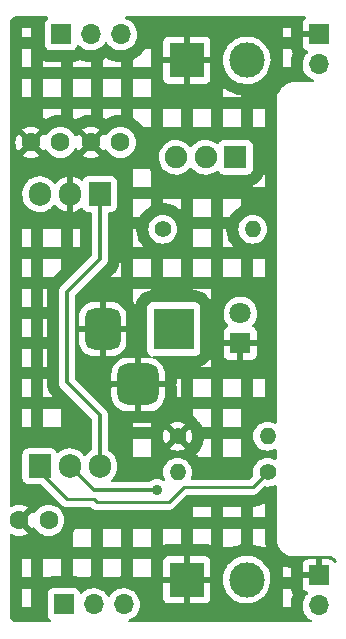
<source format=gbl>
%TF.GenerationSoftware,KiCad,Pcbnew,(5.99.0-12741-g2662433374)*%
%TF.CreationDate,2021-10-19T15:00:23+11:00*%
%TF.ProjectId,Breadboard Power Supply,42726561-6462-46f6-9172-6420506f7765,rev?*%
%TF.SameCoordinates,Original*%
%TF.FileFunction,Copper,L2,Bot*%
%TF.FilePolarity,Positive*%
%FSLAX46Y46*%
G04 Gerber Fmt 4.6, Leading zero omitted, Abs format (unit mm)*
G04 Created by KiCad (PCBNEW (5.99.0-12741-g2662433374)) date 2021-10-19 15:00:23*
%MOMM*%
%LPD*%
G01*
G04 APERTURE LIST*
G04 Aperture macros list*
%AMRoundRect*
0 Rectangle with rounded corners*
0 $1 Rounding radius*
0 $2 $3 $4 $5 $6 $7 $8 $9 X,Y pos of 4 corners*
0 Add a 4 corners polygon primitive as box body*
4,1,4,$2,$3,$4,$5,$6,$7,$8,$9,$2,$3,0*
0 Add four circle primitives for the rounded corners*
1,1,$1+$1,$2,$3*
1,1,$1+$1,$4,$5*
1,1,$1+$1,$6,$7*
1,1,$1+$1,$8,$9*
0 Add four rect primitives between the rounded corners*
20,1,$1+$1,$2,$3,$4,$5,0*
20,1,$1+$1,$4,$5,$6,$7,0*
20,1,$1+$1,$6,$7,$8,$9,0*
20,1,$1+$1,$8,$9,$2,$3,0*%
G04 Aperture macros list end*
%TA.AperFunction,ComponentPad*%
%ADD10R,1.700000X1.700000*%
%TD*%
%TA.AperFunction,ComponentPad*%
%ADD11O,1.700000X1.700000*%
%TD*%
%TA.AperFunction,ComponentPad*%
%ADD12C,1.400000*%
%TD*%
%TA.AperFunction,ComponentPad*%
%ADD13O,1.400000X1.400000*%
%TD*%
%TA.AperFunction,ComponentPad*%
%ADD14R,3.000000X3.000000*%
%TD*%
%TA.AperFunction,ComponentPad*%
%ADD15C,3.000000*%
%TD*%
%TA.AperFunction,ComponentPad*%
%ADD16C,1.600000*%
%TD*%
%TA.AperFunction,ComponentPad*%
%ADD17R,3.500000X3.500000*%
%TD*%
%TA.AperFunction,ComponentPad*%
%ADD18RoundRect,0.750000X-0.750000X-1.000000X0.750000X-1.000000X0.750000X1.000000X-0.750000X1.000000X0*%
%TD*%
%TA.AperFunction,ComponentPad*%
%ADD19RoundRect,0.875000X-0.875000X-0.875000X0.875000X-0.875000X0.875000X0.875000X-0.875000X0.875000X0*%
%TD*%
%TA.AperFunction,ComponentPad*%
%ADD20R,1.905000X2.000000*%
%TD*%
%TA.AperFunction,ComponentPad*%
%ADD21O,1.905000X2.000000*%
%TD*%
%TA.AperFunction,ComponentPad*%
%ADD22R,1.800000X1.800000*%
%TD*%
%TA.AperFunction,ComponentPad*%
%ADD23C,1.800000*%
%TD*%
%TA.AperFunction,ComponentPad*%
%ADD24R,1.900000X1.900000*%
%TD*%
%TA.AperFunction,ComponentPad*%
%ADD25C,1.900000*%
%TD*%
%TA.AperFunction,ViaPad*%
%ADD26C,0.900000*%
%TD*%
%TA.AperFunction,Conductor*%
%ADD27C,0.350000*%
%TD*%
%TA.AperFunction,Conductor*%
%ADD28C,0.250000*%
%TD*%
G04 APERTURE END LIST*
D10*
%TO.P,J3,1,Pin_1*%
%TO.N,/3.3v*%
X99075000Y-66294000D03*
D11*
%TO.P,J3,2,Pin_2*%
%TO.N,/PWR_output*%
X101615000Y-66294000D03*
%TO.P,J3,3,Pin_3*%
%TO.N,/5V*%
X104155000Y-66294000D03*
%TD*%
D12*
%TO.P,R2,1*%
%TO.N,Net-(R2-Pad1)*%
X116568000Y-103378000D03*
D13*
%TO.P,R2,2*%
%TO.N,/3.3v*%
X108948000Y-103378000D03*
%TD*%
D14*
%TO.P,J2,1,Pin_1*%
%TO.N,GND*%
X109728000Y-68494000D03*
D15*
%TO.P,J2,2,Pin_2*%
%TO.N,/PWR_output*%
X114808000Y-68494000D03*
%TD*%
D10*
%TO.P,J7,1,Pin_1*%
%TO.N,/3.3v*%
X99314000Y-114554000D03*
D11*
%TO.P,J7,2,Pin_2*%
%TO.N,/PWR_output*%
X101854000Y-114554000D03*
%TO.P,J7,3,Pin_3*%
%TO.N,/5V*%
X104394000Y-114554000D03*
%TD*%
D14*
%TO.P,J5,1,Pin_1*%
%TO.N,GND*%
X109728000Y-112465600D03*
D15*
%TO.P,J5,2,Pin_2*%
%TO.N,/PWR_output*%
X114808000Y-112465600D03*
%TD*%
D16*
%TO.P,C2,1*%
%TO.N,/3.3v*%
X98044000Y-107442000D03*
%TO.P,C2,2*%
%TO.N,GND*%
X95544000Y-107442000D03*
%TD*%
D17*
%TO.P,J1,1*%
%TO.N,/PWR_input*%
X108616000Y-91244500D03*
D18*
%TO.P,J1,2*%
%TO.N,GND*%
X102616000Y-91244500D03*
D19*
%TO.P,J1,3*%
X105616000Y-95944500D03*
%TD*%
D10*
%TO.P,J4,1,Pin_1*%
%TO.N,GND*%
X120904000Y-112115600D03*
D11*
%TO.P,J4,2,Pin_2*%
%TO.N,/PWR_output*%
X120904000Y-114655600D03*
%TD*%
D20*
%TO.P,U1,1,ADJ*%
%TO.N,Net-(R2-Pad1)*%
X97282000Y-102870000D03*
D21*
%TO.P,U1,2,VO*%
%TO.N,/3.3v*%
X99822000Y-102870000D03*
%TO.P,U1,3,VI*%
%TO.N,/12V*%
X102362000Y-102870000D03*
%TD*%
D22*
%TO.P,D1,1,K*%
%TO.N,GND*%
X114268000Y-92461000D03*
D23*
%TO.P,D1,2,A*%
%TO.N,Net-(D1-Pad2)*%
X114268000Y-89921000D03*
%TD*%
D12*
%TO.P,R1,1*%
%TO.N,Net-(D1-Pad2)*%
X107696000Y-82804000D03*
D13*
%TO.P,R1,2*%
%TO.N,/12V*%
X115316000Y-82804000D03*
%TD*%
D16*
%TO.P,C1,1*%
%TO.N,/12V*%
X104120000Y-75438000D03*
%TO.P,C1,2*%
%TO.N,GND*%
X101620000Y-75438000D03*
%TD*%
D10*
%TO.P,J6,1,Pin_1*%
%TO.N,GND*%
X120904000Y-66294000D03*
D11*
%TO.P,J6,2,Pin_2*%
%TO.N,/PWR_output*%
X120904000Y-68834000D03*
%TD*%
D20*
%TO.P,U2,1,VI*%
%TO.N,/12V*%
X102362000Y-79827000D03*
D21*
%TO.P,U2,2,GND*%
%TO.N,GND*%
X99822000Y-79827000D03*
%TO.P,U2,3,VO*%
%TO.N,/5V*%
X97282000Y-79827000D03*
%TD*%
D16*
%TO.P,C3,1*%
%TO.N,/5V*%
X99040000Y-75438000D03*
%TO.P,C3,2*%
%TO.N,GND*%
X96540000Y-75438000D03*
%TD*%
D12*
%TO.P,R3,1*%
%TO.N,GND*%
X108948000Y-100330000D03*
D13*
%TO.P,R3,2*%
%TO.N,Net-(R2-Pad1)*%
X116568000Y-100330000D03*
%TD*%
D24*
%TO.P,S1,1*%
%TO.N,/12V*%
X113848000Y-76708000D03*
D25*
%TO.P,S1,2*%
%TO.N,/PWR_input*%
X111348000Y-76708000D03*
%TO.P,S1,3*%
%TO.N,unconnected-(S1-Pad3)*%
X108848000Y-76708000D03*
%TD*%
D26*
%TO.N,/3.3v*%
X107188000Y-104902000D03*
%TD*%
D27*
%TO.N,/12V*%
X99568000Y-88138000D02*
X99568000Y-95758000D01*
X102362000Y-85344000D02*
X99568000Y-88138000D01*
X99568000Y-95758000D02*
X102362000Y-98552000D01*
X102362000Y-98552000D02*
X102362000Y-102870000D01*
X102362000Y-79827000D02*
X102362000Y-85344000D01*
%TO.N,/3.3v*%
X101854000Y-104902000D02*
X99822000Y-102870000D01*
X107188000Y-104902000D02*
X101854000Y-104902000D01*
D28*
%TO.N,Net-(R2-Pad1)*%
X108204000Y-105918000D02*
X102108000Y-105918000D01*
X97282000Y-103378000D02*
X97282000Y-102870000D01*
X101854000Y-105664000D02*
X99568000Y-105664000D01*
X99568000Y-105664000D02*
X97282000Y-103378000D01*
X115298000Y-104648000D02*
X109474000Y-104648000D01*
X116568000Y-103378000D02*
X115298000Y-104648000D01*
X102108000Y-105918000D02*
X101854000Y-105664000D01*
X109474000Y-104648000D02*
X108204000Y-105918000D01*
%TD*%
%TA.AperFunction,Conductor*%
%TO.N,GND*%
G36*
X97966260Y-64790002D02*
G01*
X98012753Y-64843658D01*
X98022857Y-64913932D01*
X97993363Y-64978512D01*
X97973705Y-64996825D01*
X97861739Y-65080739D01*
X97774385Y-65197295D01*
X97723255Y-65333684D01*
X97716500Y-65395866D01*
X97716500Y-67192134D01*
X97723255Y-67254316D01*
X97774385Y-67390705D01*
X97861739Y-67507261D01*
X97978295Y-67594615D01*
X98114684Y-67645745D01*
X98176866Y-67652500D01*
X99973134Y-67652500D01*
X100035316Y-67645745D01*
X100171705Y-67594615D01*
X100288261Y-67507261D01*
X100375615Y-67390705D01*
X100397799Y-67331529D01*
X100419598Y-67273382D01*
X100462240Y-67216618D01*
X100528802Y-67191918D01*
X100598150Y-67207126D01*
X100632817Y-67235114D01*
X100661250Y-67267938D01*
X100833126Y-67410632D01*
X101026000Y-67523338D01*
X101234692Y-67603030D01*
X101239760Y-67604061D01*
X101239763Y-67604062D01*
X101347017Y-67625883D01*
X101453597Y-67647567D01*
X101458772Y-67647757D01*
X101458774Y-67647757D01*
X101671673Y-67655564D01*
X101671677Y-67655564D01*
X101676837Y-67655753D01*
X101681957Y-67655097D01*
X101681959Y-67655097D01*
X101893288Y-67628025D01*
X101893289Y-67628025D01*
X101898416Y-67627368D01*
X101955803Y-67610151D01*
X102107429Y-67564661D01*
X102107434Y-67564659D01*
X102112384Y-67563174D01*
X102312994Y-67464896D01*
X102494860Y-67335173D01*
X102653096Y-67177489D01*
X102783453Y-66996077D01*
X102784776Y-66997028D01*
X102831645Y-66953857D01*
X102901580Y-66941625D01*
X102967026Y-66969144D01*
X102994875Y-67000994D01*
X103008806Y-67023728D01*
X103054987Y-67099088D01*
X103201250Y-67267938D01*
X103373126Y-67410632D01*
X103566000Y-67523338D01*
X103774692Y-67603030D01*
X103779760Y-67604061D01*
X103779763Y-67604062D01*
X103887017Y-67625883D01*
X103993597Y-67647567D01*
X103998772Y-67647757D01*
X103998774Y-67647757D01*
X104211673Y-67655564D01*
X104211677Y-67655564D01*
X104216837Y-67655753D01*
X104221957Y-67655097D01*
X104221959Y-67655097D01*
X104433288Y-67628025D01*
X104433289Y-67628025D01*
X104438416Y-67627368D01*
X104495803Y-67610151D01*
X104647429Y-67564661D01*
X104647434Y-67564659D01*
X104652384Y-67563174D01*
X104852994Y-67464896D01*
X105034860Y-67335173D01*
X105193096Y-67177489D01*
X105323453Y-66996077D01*
X105344320Y-66953857D01*
X105420136Y-66800453D01*
X105420137Y-66800451D01*
X105422430Y-66795811D01*
X105487370Y-66582069D01*
X105516529Y-66360590D01*
X105518156Y-66294000D01*
X105499852Y-66071361D01*
X105445431Y-65854702D01*
X105356354Y-65649840D01*
X105235014Y-65462277D01*
X105084670Y-65297051D01*
X105080619Y-65293852D01*
X105080615Y-65293848D01*
X104913414Y-65161800D01*
X104913410Y-65161798D01*
X104909359Y-65158598D01*
X104713789Y-65050638D01*
X104708920Y-65048914D01*
X104708916Y-65048912D01*
X104612509Y-65014773D01*
X104554973Y-64973179D01*
X104529057Y-64907081D01*
X104542991Y-64837465D01*
X104592350Y-64786434D01*
X104654569Y-64770000D01*
X119727973Y-64770000D01*
X119796094Y-64790002D01*
X119842587Y-64843658D01*
X119852691Y-64913932D01*
X119823197Y-64978512D01*
X119803538Y-64996826D01*
X119698276Y-65075715D01*
X119685715Y-65088276D01*
X119609214Y-65190351D01*
X119600676Y-65205946D01*
X119555522Y-65326394D01*
X119551895Y-65341649D01*
X119546369Y-65392514D01*
X119546000Y-65399328D01*
X119546000Y-66021885D01*
X119550475Y-66037124D01*
X119551865Y-66038329D01*
X119559548Y-66040000D01*
X121032000Y-66040000D01*
X121100121Y-66060002D01*
X121146614Y-66113658D01*
X121158000Y-66166000D01*
X121158000Y-66422000D01*
X121137998Y-66490121D01*
X121084342Y-66536614D01*
X121032000Y-66548000D01*
X119564116Y-66548000D01*
X119548877Y-66552475D01*
X119547672Y-66553865D01*
X119546001Y-66561548D01*
X119546001Y-67188669D01*
X119546371Y-67195490D01*
X119551895Y-67246352D01*
X119555521Y-67261604D01*
X119600676Y-67382054D01*
X119609214Y-67397649D01*
X119685715Y-67499724D01*
X119698276Y-67512285D01*
X119800351Y-67588786D01*
X119815946Y-67597324D01*
X119924827Y-67638142D01*
X119981591Y-67680784D01*
X120006291Y-67747345D01*
X119991083Y-67816694D01*
X119971691Y-67843175D01*
X119870970Y-67948574D01*
X119844629Y-67976138D01*
X119718743Y-68160680D01*
X119624688Y-68363305D01*
X119564989Y-68578570D01*
X119541251Y-68800695D01*
X119554110Y-69023715D01*
X119555247Y-69028761D01*
X119555248Y-69028767D01*
X119568597Y-69088000D01*
X119603222Y-69241639D01*
X119687266Y-69448616D01*
X119689965Y-69453020D01*
X119763319Y-69572723D01*
X119803987Y-69639088D01*
X119950250Y-69807938D01*
X120016019Y-69862540D01*
X120113978Y-69943867D01*
X120122126Y-69950632D01*
X120315000Y-70063338D01*
X120440637Y-70111314D01*
X120448430Y-70114290D01*
X120504933Y-70157278D01*
X120529226Y-70223989D01*
X120513596Y-70293243D01*
X120463005Y-70343054D01*
X120403481Y-70358000D01*
X118925206Y-70358000D01*
X118904302Y-70356254D01*
X118895665Y-70354801D01*
X118884538Y-70352929D01*
X118878210Y-70352852D01*
X118876858Y-70352835D01*
X118876854Y-70352835D01*
X118871999Y-70352776D01*
X118865296Y-70353736D01*
X118857858Y-70354801D01*
X118848985Y-70355753D01*
X118788372Y-70360088D01*
X118654557Y-70369659D01*
X118650154Y-70370617D01*
X118650153Y-70370617D01*
X118445949Y-70415039D01*
X118445945Y-70415040D01*
X118441542Y-70415998D01*
X118437325Y-70417571D01*
X118437321Y-70417572D01*
X118330295Y-70457491D01*
X118237290Y-70492180D01*
X118045959Y-70596655D01*
X117973261Y-70651076D01*
X117875046Y-70724598D01*
X117875039Y-70724604D01*
X117871443Y-70727296D01*
X117717296Y-70881443D01*
X117714604Y-70885039D01*
X117714598Y-70885046D01*
X117644006Y-70979347D01*
X117586655Y-71055959D01*
X117482180Y-71247290D01*
X117480607Y-71251508D01*
X117408391Y-71445127D01*
X117405998Y-71451542D01*
X117405040Y-71455945D01*
X117405039Y-71455949D01*
X117360617Y-71660153D01*
X117359659Y-71664557D01*
X117359338Y-71669049D01*
X117346966Y-71842017D01*
X117345542Y-71853926D01*
X117342929Y-71869460D01*
X117342776Y-71881999D01*
X117346727Y-71909587D01*
X117348000Y-71927450D01*
X117348000Y-99162508D01*
X117327998Y-99230629D01*
X117274342Y-99277122D01*
X117204068Y-99287226D01*
X117168752Y-99276704D01*
X117020201Y-99207433D01*
X116987892Y-99192367D01*
X116987891Y-99192366D01*
X116982910Y-99190044D01*
X116977602Y-99188622D01*
X116977600Y-99188621D01*
X116783970Y-99136738D01*
X116783968Y-99136738D01*
X116778655Y-99135314D01*
X116568000Y-99116884D01*
X116357345Y-99135314D01*
X116352032Y-99136738D01*
X116352030Y-99136738D01*
X116158400Y-99188621D01*
X116158398Y-99188622D01*
X116153090Y-99190044D01*
X116148109Y-99192366D01*
X116148108Y-99192367D01*
X115966423Y-99277088D01*
X115966420Y-99277090D01*
X115961442Y-99279411D01*
X115788224Y-99400699D01*
X115638699Y-99550224D01*
X115517411Y-99723442D01*
X115428044Y-99915090D01*
X115373314Y-100119345D01*
X115354884Y-100330000D01*
X115373314Y-100540655D01*
X115374738Y-100545968D01*
X115374738Y-100545970D01*
X115423346Y-100727375D01*
X115428044Y-100744910D01*
X115517411Y-100936558D01*
X115638699Y-101109776D01*
X115788224Y-101259301D01*
X115961442Y-101380589D01*
X115966420Y-101382910D01*
X115966423Y-101382912D01*
X116133961Y-101461036D01*
X116153090Y-101469956D01*
X116158398Y-101471378D01*
X116158400Y-101471379D01*
X116352030Y-101523262D01*
X116352032Y-101523262D01*
X116357345Y-101524686D01*
X116568000Y-101543116D01*
X116778655Y-101524686D01*
X116783968Y-101523262D01*
X116783970Y-101523262D01*
X116977600Y-101471379D01*
X116977602Y-101471378D01*
X116982910Y-101469956D01*
X117010118Y-101457269D01*
X117045076Y-101440968D01*
X117168751Y-101383297D01*
X117238941Y-101372636D01*
X117303754Y-101401616D01*
X117342611Y-101461036D01*
X117348000Y-101497492D01*
X117348000Y-102210508D01*
X117327998Y-102278629D01*
X117274342Y-102325122D01*
X117204068Y-102335226D01*
X117168752Y-102324704D01*
X116982910Y-102238044D01*
X116977602Y-102236622D01*
X116977600Y-102236621D01*
X116783970Y-102184738D01*
X116783968Y-102184738D01*
X116778655Y-102183314D01*
X116568000Y-102164884D01*
X116357345Y-102183314D01*
X116352032Y-102184738D01*
X116352030Y-102184738D01*
X116158400Y-102236621D01*
X116158398Y-102236622D01*
X116153090Y-102238044D01*
X116148109Y-102240366D01*
X116148108Y-102240367D01*
X115966423Y-102325088D01*
X115966420Y-102325090D01*
X115961442Y-102327411D01*
X115788224Y-102448699D01*
X115638699Y-102598224D01*
X115517411Y-102771442D01*
X115428044Y-102963090D01*
X115373314Y-103167345D01*
X115354884Y-103378000D01*
X115355363Y-103383475D01*
X115372835Y-103583175D01*
X115373314Y-103588655D01*
X115374736Y-103593961D01*
X115375547Y-103598561D01*
X115367679Y-103669121D01*
X115340557Y-103709538D01*
X115072500Y-103977595D01*
X115010188Y-104011621D01*
X114983405Y-104014500D01*
X110182408Y-104014500D01*
X110114287Y-103994498D01*
X110067794Y-103940842D01*
X110057690Y-103870568D01*
X110068213Y-103835251D01*
X110085631Y-103797897D01*
X110085633Y-103797892D01*
X110087956Y-103792910D01*
X110110296Y-103709538D01*
X110141262Y-103593970D01*
X110141262Y-103593968D01*
X110142686Y-103588655D01*
X110161116Y-103378000D01*
X110142686Y-103167345D01*
X110087956Y-102963090D01*
X109998589Y-102771442D01*
X109877301Y-102598224D01*
X109727776Y-102448699D01*
X109554558Y-102327411D01*
X109549580Y-102325090D01*
X109549577Y-102325088D01*
X109367892Y-102240367D01*
X109367891Y-102240366D01*
X109362910Y-102238044D01*
X109357602Y-102236622D01*
X109357600Y-102236621D01*
X109163970Y-102184738D01*
X109163968Y-102184738D01*
X109158655Y-102183314D01*
X108948000Y-102164884D01*
X108737345Y-102183314D01*
X108732032Y-102184738D01*
X108732030Y-102184738D01*
X108538400Y-102236621D01*
X108538398Y-102236622D01*
X108533090Y-102238044D01*
X108528109Y-102240366D01*
X108528108Y-102240367D01*
X108346423Y-102325088D01*
X108346420Y-102325090D01*
X108341442Y-102327411D01*
X108168224Y-102448699D01*
X108018699Y-102598224D01*
X107897411Y-102771442D01*
X107808044Y-102963090D01*
X107753314Y-103167345D01*
X107734884Y-103378000D01*
X107753314Y-103588655D01*
X107754738Y-103593968D01*
X107754738Y-103593970D01*
X107785705Y-103709538D01*
X107808044Y-103792910D01*
X107810366Y-103797891D01*
X107810367Y-103797892D01*
X107868167Y-103921844D01*
X107878828Y-103992036D01*
X107849848Y-104056848D01*
X107790428Y-104095705D01*
X107719434Y-104096268D01*
X107694044Y-104085930D01*
X107640257Y-104056848D01*
X107561231Y-104014119D01*
X107381666Y-103958534D01*
X107375541Y-103957890D01*
X107375540Y-103957890D01*
X107200852Y-103939529D01*
X107200851Y-103939529D01*
X107194724Y-103938885D01*
X107117673Y-103945897D01*
X107013665Y-103955363D01*
X107013662Y-103955364D01*
X107007526Y-103955922D01*
X107001620Y-103957660D01*
X107001616Y-103957661D01*
X106876455Y-103994498D01*
X106827202Y-104008994D01*
X106660621Y-104096080D01*
X106607777Y-104138568D01*
X106542943Y-104190696D01*
X106477321Y-104217793D01*
X106463991Y-104218500D01*
X103434372Y-104218500D01*
X103366251Y-104198498D01*
X103319758Y-104144842D01*
X103309654Y-104074568D01*
X103343278Y-104005449D01*
X103388946Y-103957661D01*
X103501301Y-103840088D01*
X103636686Y-103641622D01*
X103656675Y-103598561D01*
X103735658Y-103428405D01*
X103735659Y-103428401D01*
X103737837Y-103423710D01*
X103802040Y-103192202D01*
X103823000Y-102996072D01*
X103823000Y-102761598D01*
X103808322Y-102583063D01*
X103749794Y-102350056D01*
X103653997Y-102129737D01*
X103639935Y-102108000D01*
X105154000Y-102108000D01*
X106680000Y-102108000D01*
X106680000Y-101818937D01*
X110532024Y-101818937D01*
X110594306Y-101881219D01*
X110598108Y-101885189D01*
X110643016Y-101934197D01*
X110646640Y-101938330D01*
X110660758Y-101955155D01*
X110664199Y-101959442D01*
X110704671Y-102012185D01*
X110707922Y-102016619D01*
X110771908Y-102108000D01*
X111760000Y-102108000D01*
X112774000Y-102108000D01*
X114300000Y-102108000D01*
X114300000Y-100582000D01*
X112774000Y-100582000D01*
X112774000Y-102108000D01*
X111760000Y-102108000D01*
X111760000Y-100582000D01*
X111156441Y-100582000D01*
X111152334Y-100628943D01*
X111151735Y-100634407D01*
X111143059Y-100700311D01*
X111142223Y-100705744D01*
X111138409Y-100727375D01*
X111137337Y-100732766D01*
X111122948Y-100797673D01*
X111121641Y-100803015D01*
X111066933Y-101007185D01*
X111065393Y-101012465D01*
X111045395Y-101075884D01*
X111043628Y-101081090D01*
X111036116Y-101101727D01*
X111034125Y-101106848D01*
X111008696Y-101168238D01*
X111006482Y-101173268D01*
X110917153Y-101364837D01*
X110914722Y-101369767D01*
X110884031Y-101428726D01*
X110881387Y-101433545D01*
X110870405Y-101452567D01*
X110867552Y-101457269D01*
X110831829Y-101513343D01*
X110828775Y-101517914D01*
X110793918Y-101567695D01*
X110781895Y-101582374D01*
X110623970Y-101748001D01*
X110609880Y-101760709D01*
X110550699Y-101806494D01*
X110540665Y-101813504D01*
X110532024Y-101818937D01*
X106680000Y-101818937D01*
X106680000Y-101344261D01*
X108298294Y-101344261D01*
X108307590Y-101356276D01*
X108337189Y-101377001D01*
X108346677Y-101382479D01*
X108528277Y-101467159D01*
X108538571Y-101470907D01*
X108732122Y-101522769D01*
X108742909Y-101524671D01*
X108942525Y-101542135D01*
X108953475Y-101542135D01*
X109153091Y-101524671D01*
X109163878Y-101522769D01*
X109357429Y-101470907D01*
X109367723Y-101467159D01*
X109549323Y-101382479D01*
X109558811Y-101377001D01*
X109589248Y-101355689D01*
X109597623Y-101345212D01*
X109590554Y-101331764D01*
X108960812Y-100702022D01*
X108946868Y-100694408D01*
X108945035Y-100694539D01*
X108938420Y-100698790D01*
X108304724Y-101332486D01*
X108298294Y-101344261D01*
X106680000Y-101344261D01*
X106680000Y-100582000D01*
X105154000Y-100582000D01*
X105154000Y-102108000D01*
X103639935Y-102108000D01*
X103530170Y-101938330D01*
X103526310Y-101932363D01*
X103526308Y-101932360D01*
X103523502Y-101928023D01*
X103361814Y-101750330D01*
X103267545Y-101675881D01*
X103177331Y-101604634D01*
X103177328Y-101604632D01*
X103173276Y-101601432D01*
X103143664Y-101585085D01*
X103110607Y-101566837D01*
X103060636Y-101516404D01*
X103045500Y-101456528D01*
X103045500Y-100335475D01*
X107735865Y-100335475D01*
X107753329Y-100535091D01*
X107755231Y-100545878D01*
X107807093Y-100739429D01*
X107810841Y-100749723D01*
X107895521Y-100931323D01*
X107900999Y-100940811D01*
X107922311Y-100971248D01*
X107932788Y-100979623D01*
X107946236Y-100972554D01*
X108575978Y-100342812D01*
X108582356Y-100331132D01*
X109312408Y-100331132D01*
X109312539Y-100332965D01*
X109316790Y-100339580D01*
X109950486Y-100973276D01*
X109962261Y-100979706D01*
X109974276Y-100970410D01*
X109995001Y-100940811D01*
X110000479Y-100931323D01*
X110085159Y-100749723D01*
X110088907Y-100739429D01*
X110140769Y-100545878D01*
X110142671Y-100535091D01*
X110160135Y-100335475D01*
X110160135Y-100324525D01*
X110142671Y-100124909D01*
X110140769Y-100114122D01*
X110088907Y-99920571D01*
X110085159Y-99910277D01*
X110000479Y-99728677D01*
X109995001Y-99719189D01*
X109973689Y-99688752D01*
X109963212Y-99680377D01*
X109949764Y-99687446D01*
X109320022Y-100317188D01*
X109312408Y-100331132D01*
X108582356Y-100331132D01*
X108583592Y-100328868D01*
X108583461Y-100327035D01*
X108579210Y-100320420D01*
X107945514Y-99686724D01*
X107933739Y-99680294D01*
X107921724Y-99689590D01*
X107900999Y-99719189D01*
X107895521Y-99728677D01*
X107810841Y-99910277D01*
X107807093Y-99920571D01*
X107755231Y-100114122D01*
X107753329Y-100124909D01*
X107735865Y-100324525D01*
X107735865Y-100335475D01*
X103045500Y-100335475D01*
X103045500Y-99568000D01*
X105154000Y-99568000D01*
X106680000Y-99568000D01*
X106680000Y-99314788D01*
X108298377Y-99314788D01*
X108305446Y-99328236D01*
X108935188Y-99957978D01*
X108949132Y-99965592D01*
X108950965Y-99965461D01*
X108957580Y-99961210D01*
X109591276Y-99327514D01*
X109597706Y-99315739D01*
X109588410Y-99303724D01*
X109558811Y-99282999D01*
X109549323Y-99277521D01*
X109367723Y-99192841D01*
X109357429Y-99189093D01*
X109163878Y-99137231D01*
X109153091Y-99135329D01*
X108953475Y-99117865D01*
X108942525Y-99117865D01*
X108742909Y-99135329D01*
X108732122Y-99137231D01*
X108538571Y-99189093D01*
X108528277Y-99192841D01*
X108346677Y-99277521D01*
X108337189Y-99282999D01*
X108306752Y-99304311D01*
X108298377Y-99314788D01*
X106680000Y-99314788D01*
X106680000Y-99212751D01*
X106638162Y-99215017D01*
X106636454Y-99215097D01*
X106615817Y-99215934D01*
X106614112Y-99215992D01*
X106607298Y-99216176D01*
X106605600Y-99216210D01*
X106585031Y-99216488D01*
X106583328Y-99216500D01*
X105870000Y-99216500D01*
X105856532Y-99215778D01*
X105694561Y-99198365D01*
X105681246Y-99196208D01*
X105628904Y-99184822D01*
X105622352Y-99183211D01*
X105612372Y-99180473D01*
X105612178Y-99180530D01*
X105594611Y-99184352D01*
X105379932Y-99215218D01*
X105362000Y-99216500D01*
X105154000Y-99216500D01*
X105154000Y-99568000D01*
X103045500Y-99568000D01*
X103045500Y-98580056D01*
X103045792Y-98571486D01*
X103048745Y-98528167D01*
X110234000Y-98528167D01*
X110366001Y-98654030D01*
X110378709Y-98668120D01*
X110424494Y-98727301D01*
X110431504Y-98737335D01*
X110482039Y-98817710D01*
X110544784Y-98850215D01*
X110565497Y-98863672D01*
X110620954Y-98908000D01*
X110634160Y-98920198D01*
X110782582Y-99078352D01*
X110793918Y-99092305D01*
X110828775Y-99142086D01*
X110831829Y-99146657D01*
X110867552Y-99202731D01*
X110870405Y-99207433D01*
X110881387Y-99226455D01*
X110884031Y-99231274D01*
X110914722Y-99290233D01*
X110917153Y-99295163D01*
X111006482Y-99486732D01*
X111008696Y-99491762D01*
X111034125Y-99553152D01*
X111036116Y-99558273D01*
X111039657Y-99568000D01*
X111760000Y-99568000D01*
X112774000Y-99568000D01*
X114300000Y-99568000D01*
X114300000Y-98042000D01*
X112774000Y-98042000D01*
X112774000Y-99568000D01*
X111760000Y-99568000D01*
X111760000Y-98042000D01*
X110234000Y-98042000D01*
X110234000Y-98528167D01*
X103048745Y-98528167D01*
X103049577Y-98515966D01*
X103038997Y-98455342D01*
X103038034Y-98448819D01*
X103031558Y-98395308D01*
X103031558Y-98395307D01*
X103030645Y-98387765D01*
X103027959Y-98380655D01*
X103026754Y-98375752D01*
X103023886Y-98365266D01*
X103022439Y-98360474D01*
X103021134Y-98352996D01*
X103018082Y-98346043D01*
X102996405Y-98296659D01*
X102993914Y-98290554D01*
X102974855Y-98240118D01*
X102974853Y-98240115D01*
X102972169Y-98233011D01*
X102967869Y-98226754D01*
X102965533Y-98222286D01*
X102960275Y-98212840D01*
X102957693Y-98208474D01*
X102954638Y-98201515D01*
X102917177Y-98152696D01*
X102913314Y-98147377D01*
X102882769Y-98102935D01*
X102878466Y-98096674D01*
X102833676Y-98056767D01*
X102828402Y-98051787D01*
X101686746Y-96910131D01*
X103358000Y-96910131D01*
X103358091Y-96913516D01*
X103360882Y-96965045D01*
X103361955Y-96973689D01*
X103405080Y-97194518D01*
X103407994Y-97204746D01*
X103487364Y-97414240D01*
X103491962Y-97423838D01*
X103605493Y-97616960D01*
X103611646Y-97625649D01*
X103756101Y-97796892D01*
X103763608Y-97804399D01*
X103934851Y-97948854D01*
X103943540Y-97955007D01*
X104136662Y-98068538D01*
X104146260Y-98073136D01*
X104355754Y-98152506D01*
X104365982Y-98155420D01*
X104586811Y-98198545D01*
X104595455Y-98199618D01*
X104646984Y-98202409D01*
X104650369Y-98202500D01*
X105343885Y-98202500D01*
X105359124Y-98198025D01*
X105360329Y-98196635D01*
X105362000Y-98188951D01*
X105362000Y-98184385D01*
X105870000Y-98184385D01*
X105874475Y-98199624D01*
X105875865Y-98200829D01*
X105883548Y-98202500D01*
X106581631Y-98202500D01*
X106585016Y-98202409D01*
X106636545Y-98199618D01*
X106645189Y-98198545D01*
X106866018Y-98155420D01*
X106876246Y-98152506D01*
X107085740Y-98073136D01*
X107095338Y-98068538D01*
X107288460Y-97955007D01*
X107297149Y-97948854D01*
X107468392Y-97804399D01*
X107475899Y-97796892D01*
X107620354Y-97625649D01*
X107626507Y-97616960D01*
X107740038Y-97423838D01*
X107744636Y-97414240D01*
X107824006Y-97204746D01*
X107826920Y-97194518D01*
X107870045Y-96973689D01*
X107871118Y-96965045D01*
X107873909Y-96913516D01*
X107874000Y-96910131D01*
X107874000Y-96216615D01*
X107869525Y-96201376D01*
X107868135Y-96200171D01*
X107860452Y-96198500D01*
X105888115Y-96198500D01*
X105872876Y-96202975D01*
X105871671Y-96204365D01*
X105870000Y-96212048D01*
X105870000Y-98184385D01*
X105362000Y-98184385D01*
X105362000Y-96216615D01*
X105357525Y-96201376D01*
X105356135Y-96200171D01*
X105348452Y-96198500D01*
X103376115Y-96198500D01*
X103360876Y-96202975D01*
X103359671Y-96204365D01*
X103358000Y-96212048D01*
X103358000Y-96910131D01*
X101686746Y-96910131D01*
X100724743Y-95948128D01*
X108851973Y-95948128D01*
X108852030Y-95948322D01*
X108855852Y-95965889D01*
X108886718Y-96180568D01*
X108888000Y-96198500D01*
X108888000Y-96911828D01*
X108887988Y-96913531D01*
X108887710Y-96934100D01*
X108887676Y-96935798D01*
X108887492Y-96942612D01*
X108887434Y-96944317D01*
X108886597Y-96964954D01*
X108886517Y-96966662D01*
X108883399Y-97024237D01*
X108883130Y-97028000D01*
X109220000Y-97028000D01*
X110234000Y-97028000D01*
X111760000Y-97028000D01*
X112774000Y-97028000D01*
X114300000Y-97028000D01*
X115314000Y-97028000D01*
X116334000Y-97028000D01*
X116334000Y-95502000D01*
X115314000Y-95502000D01*
X115314000Y-97028000D01*
X114300000Y-97028000D01*
X114300000Y-95502000D01*
X112774000Y-95502000D01*
X112774000Y-97028000D01*
X111760000Y-97028000D01*
X111760000Y-95502000D01*
X110234000Y-95502000D01*
X110234000Y-97028000D01*
X109220000Y-97028000D01*
X109220000Y-95502000D01*
X108888000Y-95502000D01*
X108888000Y-95690500D01*
X108887278Y-95703968D01*
X108869865Y-95865939D01*
X108867708Y-95879254D01*
X108856322Y-95931596D01*
X108854711Y-95938148D01*
X108851973Y-95948128D01*
X100724743Y-95948128D01*
X100449000Y-95672385D01*
X103358000Y-95672385D01*
X103362475Y-95687624D01*
X103363865Y-95688829D01*
X103371548Y-95690500D01*
X105343885Y-95690500D01*
X105359124Y-95686025D01*
X105360329Y-95684635D01*
X105362000Y-95676952D01*
X105362000Y-95672385D01*
X105870000Y-95672385D01*
X105874475Y-95687624D01*
X105875865Y-95688829D01*
X105883548Y-95690500D01*
X107855885Y-95690500D01*
X107871124Y-95686025D01*
X107872329Y-95684635D01*
X107874000Y-95676952D01*
X107874000Y-94978870D01*
X107873909Y-94975484D01*
X107871118Y-94923955D01*
X107870045Y-94915311D01*
X107826920Y-94694482D01*
X107824006Y-94684254D01*
X107749652Y-94488000D01*
X110681852Y-94488000D01*
X111760000Y-94488000D01*
X111760000Y-93611195D01*
X111717517Y-93703877D01*
X111713497Y-93711885D01*
X111696341Y-93743220D01*
X111691762Y-93750920D01*
X111633140Y-93841969D01*
X111628025Y-93849324D01*
X111540671Y-93965880D01*
X111535046Y-93972854D01*
X111464103Y-94054680D01*
X111457997Y-94061236D01*
X111432736Y-94086497D01*
X111426180Y-94092603D01*
X111344354Y-94163546D01*
X111337380Y-94169171D01*
X111220824Y-94256525D01*
X111213469Y-94261640D01*
X111122420Y-94320262D01*
X111114720Y-94324841D01*
X111083385Y-94341997D01*
X111075377Y-94346017D01*
X110976920Y-94391147D01*
X110968648Y-94394589D01*
X110832259Y-94445719D01*
X110824790Y-94448255D01*
X110733574Y-94476078D01*
X110725959Y-94478143D01*
X110695337Y-94485424D01*
X110687609Y-94487007D01*
X110681852Y-94488000D01*
X107749652Y-94488000D01*
X107744636Y-94474760D01*
X107740038Y-94465162D01*
X107626507Y-94272040D01*
X107620354Y-94263351D01*
X107475899Y-94092108D01*
X107468392Y-94084601D01*
X107297149Y-93940146D01*
X107288460Y-93933993D01*
X107095338Y-93820462D01*
X107085740Y-93815864D01*
X106903520Y-93746827D01*
X106846904Y-93703988D01*
X106822436Y-93637341D01*
X106837885Y-93568045D01*
X106888345Y-93518103D01*
X106948160Y-93503000D01*
X110414134Y-93503000D01*
X110476316Y-93496245D01*
X110612705Y-93445115D01*
X110665338Y-93405669D01*
X112860001Y-93405669D01*
X112860371Y-93412490D01*
X112865895Y-93463352D01*
X112869521Y-93478604D01*
X112914676Y-93599054D01*
X112923214Y-93614649D01*
X112999715Y-93716724D01*
X113012276Y-93729285D01*
X113114351Y-93805786D01*
X113129946Y-93814324D01*
X113250394Y-93859478D01*
X113265649Y-93863105D01*
X113316514Y-93868631D01*
X113323328Y-93869000D01*
X113995885Y-93869000D01*
X114011124Y-93864525D01*
X114012329Y-93863135D01*
X114014000Y-93855452D01*
X114014000Y-93850884D01*
X114522000Y-93850884D01*
X114526475Y-93866123D01*
X114527865Y-93867328D01*
X114535548Y-93868999D01*
X115212669Y-93868999D01*
X115219490Y-93868629D01*
X115270352Y-93863105D01*
X115285604Y-93859479D01*
X115406054Y-93814324D01*
X115421649Y-93805786D01*
X115523724Y-93729285D01*
X115536285Y-93716724D01*
X115612786Y-93614649D01*
X115621324Y-93599054D01*
X115666478Y-93478606D01*
X115670105Y-93463351D01*
X115675631Y-93412486D01*
X115676000Y-93405672D01*
X115676000Y-92733115D01*
X115671525Y-92717876D01*
X115670135Y-92716671D01*
X115662452Y-92715000D01*
X114540115Y-92715000D01*
X114524876Y-92719475D01*
X114523671Y-92720865D01*
X114522000Y-92728548D01*
X114522000Y-93850884D01*
X114014000Y-93850884D01*
X114014000Y-92733115D01*
X114009525Y-92717876D01*
X114008135Y-92716671D01*
X114000452Y-92715000D01*
X112878116Y-92715000D01*
X112862877Y-92719475D01*
X112861672Y-92720865D01*
X112860001Y-92728548D01*
X112860001Y-93405669D01*
X110665338Y-93405669D01*
X110729261Y-93357761D01*
X110816615Y-93241205D01*
X110867745Y-93104816D01*
X110874500Y-93042634D01*
X110874500Y-89886469D01*
X112855095Y-89886469D01*
X112855392Y-89891622D01*
X112855392Y-89891625D01*
X112861067Y-89990041D01*
X112868427Y-90117697D01*
X112869564Y-90122743D01*
X112869565Y-90122749D01*
X112901741Y-90265523D01*
X112919346Y-90343642D01*
X112921288Y-90348424D01*
X112921289Y-90348428D01*
X113004540Y-90553450D01*
X113006484Y-90558237D01*
X113127501Y-90755719D01*
X113130882Y-90759622D01*
X113239653Y-90885191D01*
X113269135Y-90949776D01*
X113259020Y-91020049D01*
X113212519Y-91073697D01*
X113188646Y-91085670D01*
X113129944Y-91107677D01*
X113114351Y-91116214D01*
X113012276Y-91192715D01*
X112999715Y-91205276D01*
X112923214Y-91307351D01*
X112914676Y-91322946D01*
X112869522Y-91443394D01*
X112865895Y-91458649D01*
X112860369Y-91509514D01*
X112860000Y-91516328D01*
X112860000Y-92188885D01*
X112864475Y-92204124D01*
X112865865Y-92205329D01*
X112873548Y-92207000D01*
X115657884Y-92207000D01*
X115673123Y-92202525D01*
X115674328Y-92201135D01*
X115675999Y-92193452D01*
X115675999Y-91516331D01*
X115675629Y-91509510D01*
X115670105Y-91458648D01*
X115666479Y-91443396D01*
X115621324Y-91322946D01*
X115612786Y-91307351D01*
X115536285Y-91205276D01*
X115523724Y-91192715D01*
X115421649Y-91116214D01*
X115406052Y-91107675D01*
X115347415Y-91085693D01*
X115290650Y-91043052D01*
X115265950Y-90976490D01*
X115281157Y-90907141D01*
X115302703Y-90878461D01*
X115340641Y-90840654D01*
X115344303Y-90837005D01*
X115479458Y-90648917D01*
X115526641Y-90553450D01*
X115579784Y-90445922D01*
X115579785Y-90445920D01*
X115582078Y-90441280D01*
X115649408Y-90219671D01*
X115679640Y-89990041D01*
X115681327Y-89921000D01*
X115672840Y-89817769D01*
X115662773Y-89695318D01*
X115662772Y-89695312D01*
X115662349Y-89690167D01*
X115605925Y-89465533D01*
X115594346Y-89438903D01*
X115515630Y-89257868D01*
X115515628Y-89257865D01*
X115513570Y-89253131D01*
X115387764Y-89058665D01*
X115382125Y-89052467D01*
X115235976Y-88891852D01*
X115231887Y-88887358D01*
X115227836Y-88884159D01*
X115227832Y-88884155D01*
X115054177Y-88747011D01*
X115054172Y-88747008D01*
X115050123Y-88743810D01*
X115045607Y-88741317D01*
X115045604Y-88741315D01*
X114851879Y-88634373D01*
X114851875Y-88634371D01*
X114847355Y-88631876D01*
X114842486Y-88630152D01*
X114842482Y-88630150D01*
X114633903Y-88556288D01*
X114633899Y-88556287D01*
X114629028Y-88554562D01*
X114623935Y-88553655D01*
X114623932Y-88553654D01*
X114406095Y-88514851D01*
X114406089Y-88514850D01*
X114401006Y-88513945D01*
X114328096Y-88513054D01*
X114174581Y-88511179D01*
X114174579Y-88511179D01*
X114169411Y-88511116D01*
X113940464Y-88546150D01*
X113720314Y-88618106D01*
X113715726Y-88620494D01*
X113715722Y-88620496D01*
X113689065Y-88634373D01*
X113514872Y-88725052D01*
X113510739Y-88728155D01*
X113510736Y-88728157D01*
X113333790Y-88861012D01*
X113329655Y-88864117D01*
X113311056Y-88883580D01*
X113200421Y-88999353D01*
X113169639Y-89031564D01*
X113166725Y-89035836D01*
X113166724Y-89035837D01*
X113152833Y-89056201D01*
X113039119Y-89222899D01*
X112941602Y-89432981D01*
X112879707Y-89656169D01*
X112855095Y-89886469D01*
X110874500Y-89886469D01*
X110874500Y-89446366D01*
X110867745Y-89384184D01*
X110816615Y-89247795D01*
X110729261Y-89131239D01*
X110612705Y-89043885D01*
X110476316Y-88992755D01*
X110414134Y-88986000D01*
X106817866Y-88986000D01*
X106755684Y-88992755D01*
X106619295Y-89043885D01*
X106502739Y-89131239D01*
X106415385Y-89247795D01*
X106364255Y-89384184D01*
X106357500Y-89446366D01*
X106357500Y-93042634D01*
X106364255Y-93104816D01*
X106415385Y-93241205D01*
X106502739Y-93357761D01*
X106619295Y-93445115D01*
X106627700Y-93448266D01*
X106630831Y-93449980D01*
X106680977Y-93500238D01*
X106695991Y-93569629D01*
X106671106Y-93636122D01*
X106614222Y-93678605D01*
X106570322Y-93686500D01*
X105888115Y-93686500D01*
X105872876Y-93690975D01*
X105871671Y-93692365D01*
X105870000Y-93700048D01*
X105870000Y-95672385D01*
X105362000Y-95672385D01*
X105362000Y-93704615D01*
X105357525Y-93689376D01*
X105356135Y-93688171D01*
X105348452Y-93686500D01*
X104650370Y-93686500D01*
X104646984Y-93686591D01*
X104595455Y-93689382D01*
X104586811Y-93690455D01*
X104365982Y-93733580D01*
X104355754Y-93736494D01*
X104146260Y-93815864D01*
X104136662Y-93820462D01*
X103943540Y-93933993D01*
X103934851Y-93940146D01*
X103763608Y-94084601D01*
X103756101Y-94092108D01*
X103611646Y-94263351D01*
X103605493Y-94272040D01*
X103491962Y-94465162D01*
X103487364Y-94474760D01*
X103407994Y-94684254D01*
X103405080Y-94694482D01*
X103361955Y-94915311D01*
X103360882Y-94923955D01*
X103358091Y-94975484D01*
X103358000Y-94978870D01*
X103358000Y-95672385D01*
X100449000Y-95672385D01*
X100288405Y-95511790D01*
X100254379Y-95449478D01*
X100251500Y-95422695D01*
X100251500Y-92304461D01*
X100608001Y-92304461D01*
X100608209Y-92309571D01*
X100619082Y-92443267D01*
X100620852Y-92453820D01*
X100673967Y-92660685D01*
X100677701Y-92671231D01*
X100766510Y-92865205D01*
X100772046Y-92874912D01*
X100893803Y-93050097D01*
X100900976Y-93058676D01*
X101051824Y-93209524D01*
X101060403Y-93216697D01*
X101235588Y-93338454D01*
X101245295Y-93343990D01*
X101439269Y-93432799D01*
X101449815Y-93436533D01*
X101656679Y-93489647D01*
X101667234Y-93491418D01*
X101800930Y-93502293D01*
X101806036Y-93502500D01*
X102343885Y-93502500D01*
X102359124Y-93498025D01*
X102360329Y-93496635D01*
X102362000Y-93488952D01*
X102362000Y-93484384D01*
X102870000Y-93484384D01*
X102874475Y-93499623D01*
X102875865Y-93500828D01*
X102883548Y-93502499D01*
X103425961Y-93502499D01*
X103431071Y-93502291D01*
X103564767Y-93491418D01*
X103575320Y-93489648D01*
X103782185Y-93436533D01*
X103792731Y-93432799D01*
X103986705Y-93343990D01*
X103996412Y-93338454D01*
X104171597Y-93216697D01*
X104180176Y-93209524D01*
X104331024Y-93058676D01*
X104338197Y-93050097D01*
X104459954Y-92874912D01*
X104465490Y-92865205D01*
X104554299Y-92671231D01*
X104558033Y-92660685D01*
X104611147Y-92453821D01*
X104612918Y-92443266D01*
X104623793Y-92309570D01*
X104624000Y-92304464D01*
X104624000Y-91516615D01*
X104619525Y-91501376D01*
X104618135Y-91500171D01*
X104610452Y-91498500D01*
X102888115Y-91498500D01*
X102872876Y-91502975D01*
X102871671Y-91504365D01*
X102870000Y-91512048D01*
X102870000Y-93484384D01*
X102362000Y-93484384D01*
X102362000Y-91516615D01*
X102357525Y-91501376D01*
X102356135Y-91500171D01*
X102348452Y-91498500D01*
X100626116Y-91498500D01*
X100610877Y-91502975D01*
X100609672Y-91504365D01*
X100608001Y-91512048D01*
X100608001Y-92304461D01*
X100251500Y-92304461D01*
X100251500Y-90972385D01*
X100608000Y-90972385D01*
X100612475Y-90987624D01*
X100613865Y-90988829D01*
X100621548Y-90990500D01*
X102343885Y-90990500D01*
X102359124Y-90986025D01*
X102360329Y-90984635D01*
X102362000Y-90976952D01*
X102362000Y-90972385D01*
X102870000Y-90972385D01*
X102874475Y-90987624D01*
X102875865Y-90988829D01*
X102883548Y-90990500D01*
X104605884Y-90990500D01*
X104621123Y-90986025D01*
X104622328Y-90984635D01*
X104623999Y-90976952D01*
X104623999Y-90184539D01*
X104623791Y-90179429D01*
X104612918Y-90045733D01*
X104611148Y-90035180D01*
X104558033Y-89828315D01*
X104554299Y-89817769D01*
X104465490Y-89623795D01*
X104459954Y-89614088D01*
X104338197Y-89438903D01*
X104331024Y-89430324D01*
X104180176Y-89279476D01*
X104171597Y-89272303D01*
X103996412Y-89150546D01*
X103986705Y-89145010D01*
X103792731Y-89056201D01*
X103782185Y-89052467D01*
X103575321Y-88999353D01*
X103564766Y-88997582D01*
X103431070Y-88986707D01*
X103425964Y-88986500D01*
X102888115Y-88986500D01*
X102872876Y-88990975D01*
X102871671Y-88992365D01*
X102870000Y-89000048D01*
X102870000Y-90972385D01*
X102362000Y-90972385D01*
X102362000Y-89004616D01*
X102357525Y-88989377D01*
X102356135Y-88988172D01*
X102348452Y-88986501D01*
X101806039Y-88986501D01*
X101800929Y-88986709D01*
X101667233Y-88997582D01*
X101656680Y-88999352D01*
X101449815Y-89052467D01*
X101439269Y-89056201D01*
X101245295Y-89145010D01*
X101235588Y-89150546D01*
X101060403Y-89272303D01*
X101051824Y-89279476D01*
X100900976Y-89430324D01*
X100893803Y-89438903D01*
X100772046Y-89614088D01*
X100766510Y-89623795D01*
X100677701Y-89817769D01*
X100673967Y-89828315D01*
X100620853Y-90035179D01*
X100619082Y-90045734D01*
X100608207Y-90179430D01*
X100608000Y-90184536D01*
X100608000Y-90972385D01*
X100251500Y-90972385D01*
X100251500Y-88837514D01*
X105154000Y-88837514D01*
X105164338Y-88851059D01*
X105167642Y-88855593D01*
X105295802Y-89039992D01*
X105298899Y-89044668D01*
X105335082Y-89102016D01*
X105337968Y-89106823D01*
X105349067Y-89126282D01*
X105351736Y-89131212D01*
X105373397Y-89173450D01*
X105373493Y-89172891D01*
X105375076Y-89165163D01*
X105382357Y-89134541D01*
X105384422Y-89126926D01*
X105412245Y-89035710D01*
X105414781Y-89028241D01*
X105465911Y-88891852D01*
X105469353Y-88883580D01*
X105514483Y-88785123D01*
X105518503Y-88777115D01*
X105535659Y-88745780D01*
X105540238Y-88738080D01*
X105598860Y-88647031D01*
X105603975Y-88639676D01*
X105691329Y-88523120D01*
X105696954Y-88516146D01*
X105767897Y-88434320D01*
X105774003Y-88427764D01*
X105799264Y-88402503D01*
X105805820Y-88396397D01*
X105887646Y-88325454D01*
X105894620Y-88319829D01*
X106011176Y-88232475D01*
X106018531Y-88227360D01*
X106109580Y-88168738D01*
X106117280Y-88164159D01*
X106148615Y-88147003D01*
X106156623Y-88142983D01*
X106255080Y-88097853D01*
X106263352Y-88094411D01*
X106399741Y-88043281D01*
X106407210Y-88040745D01*
X106498426Y-88012922D01*
X106506041Y-88010857D01*
X106536663Y-88003576D01*
X106544391Y-88001993D01*
X106638364Y-87985783D01*
X106646174Y-87984686D01*
X106680000Y-87981011D01*
X106680000Y-87972000D01*
X110234000Y-87972000D01*
X110414134Y-87972000D01*
X110417542Y-87972046D01*
X110458751Y-87973161D01*
X110462157Y-87973299D01*
X110475765Y-87974036D01*
X110479167Y-87974267D01*
X110520252Y-87977609D01*
X110523644Y-87977931D01*
X110585826Y-87984686D01*
X110593636Y-87985783D01*
X110687609Y-88001993D01*
X110695337Y-88003576D01*
X110725959Y-88010857D01*
X110733574Y-88012922D01*
X110824790Y-88040745D01*
X110832259Y-88043281D01*
X110968648Y-88094411D01*
X110976920Y-88097853D01*
X111075377Y-88142983D01*
X111083385Y-88147003D01*
X111114720Y-88164159D01*
X111122420Y-88168738D01*
X111213469Y-88227360D01*
X111220824Y-88232475D01*
X111337380Y-88319829D01*
X111344354Y-88325454D01*
X111426180Y-88396397D01*
X111432736Y-88402503D01*
X111457997Y-88427764D01*
X111464103Y-88434320D01*
X111535046Y-88516146D01*
X111540671Y-88523120D01*
X111628025Y-88639676D01*
X111633140Y-88647031D01*
X111691762Y-88738080D01*
X111696341Y-88745780D01*
X111713497Y-88777115D01*
X111717517Y-88785123D01*
X111760000Y-88877805D01*
X111760000Y-87882000D01*
X110234000Y-87882000D01*
X110234000Y-87972000D01*
X106680000Y-87972000D01*
X106680000Y-87882000D01*
X105154000Y-87882000D01*
X105154000Y-88837514D01*
X100251500Y-88837514D01*
X100251500Y-88473305D01*
X100271502Y-88405184D01*
X100288405Y-88384210D01*
X101804615Y-86868000D01*
X103238625Y-86868000D01*
X104140000Y-86868000D01*
X105154000Y-86868000D01*
X106680000Y-86868000D01*
X107694000Y-86868000D01*
X109220000Y-86868000D01*
X110234000Y-86868000D01*
X111760000Y-86868000D01*
X112774000Y-86868000D01*
X114300000Y-86868000D01*
X115314000Y-86868000D01*
X116334000Y-86868000D01*
X116334000Y-85342000D01*
X115314000Y-85342000D01*
X115314000Y-86868000D01*
X114300000Y-86868000D01*
X114300000Y-85342000D01*
X112774000Y-85342000D01*
X112774000Y-86868000D01*
X111760000Y-86868000D01*
X111760000Y-85342000D01*
X110234000Y-85342000D01*
X110234000Y-86868000D01*
X109220000Y-86868000D01*
X109220000Y-85342000D01*
X107694000Y-85342000D01*
X107694000Y-86868000D01*
X106680000Y-86868000D01*
X106680000Y-85342000D01*
X105154000Y-85342000D01*
X105154000Y-86868000D01*
X104140000Y-86868000D01*
X104140000Y-85342000D01*
X104061674Y-85342000D01*
X104061448Y-85428163D01*
X104061199Y-85435745D01*
X104059298Y-85465957D01*
X104058594Y-85473509D01*
X104047340Y-85564509D01*
X104046183Y-85572005D01*
X104039212Y-85609620D01*
X104034213Y-85647589D01*
X104032997Y-85655077D01*
X104015578Y-85745108D01*
X104013914Y-85752508D01*
X104006385Y-85781832D01*
X104004278Y-85789118D01*
X103997586Y-85809901D01*
X103992321Y-85831095D01*
X103990272Y-85838397D01*
X103981218Y-85867289D01*
X103978732Y-85874458D01*
X103946087Y-85960170D01*
X103943174Y-85967175D01*
X103927435Y-86002033D01*
X103913530Y-86037697D01*
X103910563Y-86044680D01*
X103872170Y-86127960D01*
X103868789Y-86134748D01*
X103854482Y-86161431D01*
X103850696Y-86168009D01*
X103839236Y-86186600D01*
X103829066Y-86205930D01*
X103825332Y-86212535D01*
X103809648Y-86238432D01*
X103805525Y-86244799D01*
X103753381Y-86320244D01*
X103748883Y-86326351D01*
X103725281Y-86356452D01*
X103703278Y-86387759D01*
X103698733Y-86393829D01*
X103641590Y-86465542D01*
X103636687Y-86471329D01*
X103616430Y-86493828D01*
X103611185Y-86499311D01*
X103545815Y-86563664D01*
X103540251Y-86568822D01*
X103521072Y-86585553D01*
X103238625Y-86868000D01*
X101804615Y-86868000D01*
X102825459Y-85847156D01*
X102831724Y-85841302D01*
X102867945Y-85809704D01*
X102873670Y-85804710D01*
X102909066Y-85754345D01*
X102912980Y-85749077D01*
X102946248Y-85706649D01*
X102950935Y-85700672D01*
X102954061Y-85693748D01*
X102956671Y-85689439D01*
X102962042Y-85680024D01*
X102964427Y-85675576D01*
X102968795Y-85669361D01*
X102991144Y-85612039D01*
X102993698Y-85605962D01*
X103015887Y-85556820D01*
X103019014Y-85549895D01*
X103020400Y-85542418D01*
X103021910Y-85537598D01*
X103024878Y-85527182D01*
X103026131Y-85522302D01*
X103028889Y-85515228D01*
X103036921Y-85454223D01*
X103037953Y-85447710D01*
X103047777Y-85394701D01*
X103047777Y-85394699D01*
X103049161Y-85387232D01*
X103045709Y-85327357D01*
X103045500Y-85320105D01*
X103045500Y-84328000D01*
X105154000Y-84328000D01*
X106076913Y-84328000D01*
X110234000Y-84328000D01*
X111760000Y-84328000D01*
X112774000Y-84328000D01*
X113696913Y-84328000D01*
X113669694Y-84300781D01*
X113665892Y-84296811D01*
X113620984Y-84247803D01*
X113617360Y-84243670D01*
X113603242Y-84226845D01*
X113599801Y-84222558D01*
X113559329Y-84169815D01*
X113556078Y-84165380D01*
X113434790Y-83992162D01*
X113431736Y-83987593D01*
X113396032Y-83931550D01*
X113393182Y-83926852D01*
X113382200Y-83907832D01*
X113379554Y-83903011D01*
X113348847Y-83844025D01*
X113346415Y-83839093D01*
X113257048Y-83647445D01*
X113254835Y-83642415D01*
X113229395Y-83581000D01*
X113227402Y-83575875D01*
X113219890Y-83555236D01*
X113218122Y-83550028D01*
X113198133Y-83486628D01*
X113196595Y-83481352D01*
X113141865Y-83277097D01*
X113140559Y-83271758D01*
X113126172Y-83206865D01*
X113125099Y-83201474D01*
X113121285Y-83179845D01*
X113120449Y-83174411D01*
X113111771Y-83108497D01*
X113111172Y-83103032D01*
X113092742Y-82892377D01*
X113092383Y-82886892D01*
X113089483Y-82820479D01*
X113089363Y-82814982D01*
X113089363Y-82804000D01*
X114102884Y-82804000D01*
X114121314Y-83014655D01*
X114122738Y-83019968D01*
X114122738Y-83019970D01*
X114172817Y-83206865D01*
X114176044Y-83218910D01*
X114265411Y-83410558D01*
X114386699Y-83583776D01*
X114536224Y-83733301D01*
X114709442Y-83854589D01*
X114714420Y-83856910D01*
X114714423Y-83856912D01*
X114864410Y-83926852D01*
X114901090Y-83943956D01*
X114906398Y-83945378D01*
X114906400Y-83945379D01*
X115100030Y-83997262D01*
X115100032Y-83997262D01*
X115105345Y-83998686D01*
X115316000Y-84017116D01*
X115526655Y-83998686D01*
X115531968Y-83997262D01*
X115531970Y-83997262D01*
X115725600Y-83945379D01*
X115725602Y-83945378D01*
X115730910Y-83943956D01*
X115767590Y-83926852D01*
X115917577Y-83856912D01*
X115917580Y-83856910D01*
X115922558Y-83854589D01*
X116095776Y-83733301D01*
X116245301Y-83583776D01*
X116366589Y-83410558D01*
X116455956Y-83218910D01*
X116459184Y-83206865D01*
X116509262Y-83019970D01*
X116509262Y-83019968D01*
X116510686Y-83014655D01*
X116529116Y-82804000D01*
X116510686Y-82593345D01*
X116455956Y-82389090D01*
X116366589Y-82197442D01*
X116245301Y-82024224D01*
X116095776Y-81874699D01*
X115922558Y-81753411D01*
X115917580Y-81751090D01*
X115917577Y-81751088D01*
X115735892Y-81666367D01*
X115735891Y-81666366D01*
X115730910Y-81664044D01*
X115725602Y-81662622D01*
X115725600Y-81662621D01*
X115531970Y-81610738D01*
X115531968Y-81610738D01*
X115526655Y-81609314D01*
X115316000Y-81590884D01*
X115105345Y-81609314D01*
X115100032Y-81610738D01*
X115100030Y-81610738D01*
X114906400Y-81662621D01*
X114906398Y-81662622D01*
X114901090Y-81664044D01*
X114896109Y-81666366D01*
X114896108Y-81666367D01*
X114714423Y-81751088D01*
X114714420Y-81751090D01*
X114709442Y-81753411D01*
X114536224Y-81874699D01*
X114386699Y-82024224D01*
X114265411Y-82197442D01*
X114176044Y-82389090D01*
X114121314Y-82593345D01*
X114102884Y-82804000D01*
X113089363Y-82804000D01*
X113089363Y-82802000D01*
X112774000Y-82802000D01*
X112774000Y-84328000D01*
X111760000Y-84328000D01*
X111760000Y-82802000D01*
X110234000Y-82802000D01*
X110234000Y-84328000D01*
X106076913Y-84328000D01*
X106049694Y-84300781D01*
X106045892Y-84296811D01*
X106000984Y-84247803D01*
X105997360Y-84243670D01*
X105983242Y-84226845D01*
X105979801Y-84222558D01*
X105939329Y-84169815D01*
X105936078Y-84165380D01*
X105814790Y-83992162D01*
X105811736Y-83987593D01*
X105776032Y-83931550D01*
X105773182Y-83926852D01*
X105762200Y-83907832D01*
X105759554Y-83903011D01*
X105728847Y-83844025D01*
X105726415Y-83839093D01*
X105637048Y-83647445D01*
X105634835Y-83642415D01*
X105609395Y-83581000D01*
X105607402Y-83575875D01*
X105599890Y-83555236D01*
X105598122Y-83550028D01*
X105578133Y-83486628D01*
X105576595Y-83481352D01*
X105521865Y-83277097D01*
X105520559Y-83271758D01*
X105506172Y-83206865D01*
X105505099Y-83201474D01*
X105501285Y-83179845D01*
X105500449Y-83174411D01*
X105491771Y-83108497D01*
X105491172Y-83103032D01*
X105472742Y-82892377D01*
X105472383Y-82886892D01*
X105469483Y-82820479D01*
X105469363Y-82814982D01*
X105469363Y-82804000D01*
X106482884Y-82804000D01*
X106501314Y-83014655D01*
X106502738Y-83019968D01*
X106502738Y-83019970D01*
X106552817Y-83206865D01*
X106556044Y-83218910D01*
X106645411Y-83410558D01*
X106766699Y-83583776D01*
X106916224Y-83733301D01*
X107089442Y-83854589D01*
X107094420Y-83856910D01*
X107094423Y-83856912D01*
X107244410Y-83926852D01*
X107281090Y-83943956D01*
X107286398Y-83945378D01*
X107286400Y-83945379D01*
X107480030Y-83997262D01*
X107480032Y-83997262D01*
X107485345Y-83998686D01*
X107696000Y-84017116D01*
X107906655Y-83998686D01*
X107911968Y-83997262D01*
X107911970Y-83997262D01*
X108105600Y-83945379D01*
X108105602Y-83945378D01*
X108110910Y-83943956D01*
X108147590Y-83926852D01*
X108297577Y-83856912D01*
X108297580Y-83856910D01*
X108302558Y-83854589D01*
X108475776Y-83733301D01*
X108625301Y-83583776D01*
X108746589Y-83410558D01*
X108835956Y-83218910D01*
X108839184Y-83206865D01*
X108889262Y-83019970D01*
X108889262Y-83019968D01*
X108890686Y-83014655D01*
X108909116Y-82804000D01*
X108890686Y-82593345D01*
X108835956Y-82389090D01*
X108746589Y-82197442D01*
X108625301Y-82024224D01*
X108475776Y-81874699D01*
X108351956Y-81788000D01*
X110234000Y-81788000D01*
X111760000Y-81788000D01*
X112774000Y-81788000D01*
X113337512Y-81788000D01*
X113346415Y-81768907D01*
X113348847Y-81763975D01*
X113379554Y-81704989D01*
X113382200Y-81700168D01*
X113393182Y-81681148D01*
X113396032Y-81676450D01*
X113431736Y-81620407D01*
X113434790Y-81615838D01*
X113556078Y-81442620D01*
X113559329Y-81438185D01*
X113599801Y-81385442D01*
X113603242Y-81381155D01*
X113617360Y-81364330D01*
X113620984Y-81360197D01*
X113665892Y-81311189D01*
X113669694Y-81307219D01*
X113819219Y-81157694D01*
X113823189Y-81153892D01*
X113872197Y-81108984D01*
X113876330Y-81105360D01*
X113893155Y-81091242D01*
X113897442Y-81087801D01*
X113950185Y-81047329D01*
X113954620Y-81044078D01*
X114127838Y-80922790D01*
X114132407Y-80919736D01*
X114188450Y-80884032D01*
X114193148Y-80881182D01*
X114212168Y-80870200D01*
X114216989Y-80867554D01*
X114275975Y-80836847D01*
X114280907Y-80834415D01*
X114300000Y-80825512D01*
X114300000Y-80262000D01*
X112774000Y-80262000D01*
X112774000Y-81788000D01*
X111760000Y-81788000D01*
X111760000Y-80262000D01*
X110234000Y-80262000D01*
X110234000Y-81788000D01*
X108351956Y-81788000D01*
X108302558Y-81753411D01*
X108297580Y-81751090D01*
X108297577Y-81751088D01*
X108115892Y-81666367D01*
X108115891Y-81666366D01*
X108110910Y-81664044D01*
X108105602Y-81662622D01*
X108105600Y-81662621D01*
X107911970Y-81610738D01*
X107911968Y-81610738D01*
X107906655Y-81609314D01*
X107696000Y-81590884D01*
X107485345Y-81609314D01*
X107480032Y-81610738D01*
X107480030Y-81610738D01*
X107286400Y-81662621D01*
X107286398Y-81662622D01*
X107281090Y-81664044D01*
X107276109Y-81666366D01*
X107276108Y-81666367D01*
X107094423Y-81751088D01*
X107094420Y-81751090D01*
X107089442Y-81753411D01*
X106916224Y-81874699D01*
X106766699Y-82024224D01*
X106645411Y-82197442D01*
X106556044Y-82389090D01*
X106501314Y-82593345D01*
X106482884Y-82804000D01*
X105469363Y-82804000D01*
X105469363Y-82802000D01*
X105154000Y-82802000D01*
X105154000Y-84328000D01*
X103045500Y-84328000D01*
X103045500Y-81788000D01*
X105154000Y-81788000D01*
X105717512Y-81788000D01*
X105726415Y-81768907D01*
X105728847Y-81763975D01*
X105759554Y-81704989D01*
X105762200Y-81700168D01*
X105773182Y-81681148D01*
X105776032Y-81676450D01*
X105811736Y-81620407D01*
X105814790Y-81615838D01*
X105936078Y-81442620D01*
X105939329Y-81438185D01*
X105979801Y-81385442D01*
X105983242Y-81381155D01*
X105997360Y-81364330D01*
X106000984Y-81360197D01*
X106045892Y-81311189D01*
X106049694Y-81307219D01*
X106199219Y-81157694D01*
X106203189Y-81153892D01*
X106252197Y-81108984D01*
X106256330Y-81105360D01*
X106273155Y-81091242D01*
X106277442Y-81087801D01*
X106330185Y-81047329D01*
X106334620Y-81044078D01*
X106507838Y-80922790D01*
X106512407Y-80919736D01*
X106568450Y-80884032D01*
X106573148Y-80881182D01*
X106592168Y-80870200D01*
X106596989Y-80867554D01*
X106655975Y-80836847D01*
X106660907Y-80834415D01*
X106680000Y-80825512D01*
X106680000Y-80577363D01*
X107694000Y-80577363D01*
X107706982Y-80577363D01*
X107712479Y-80577483D01*
X107778892Y-80580383D01*
X107784377Y-80580742D01*
X107995032Y-80599172D01*
X108000497Y-80599771D01*
X108066411Y-80608449D01*
X108071845Y-80609285D01*
X108093474Y-80613099D01*
X108098865Y-80614172D01*
X108163758Y-80628559D01*
X108169097Y-80629865D01*
X108373352Y-80684595D01*
X108378628Y-80686133D01*
X108442028Y-80706122D01*
X108447236Y-80707890D01*
X108467875Y-80715402D01*
X108473000Y-80717395D01*
X108534415Y-80742835D01*
X108539445Y-80745048D01*
X108731093Y-80834415D01*
X108736025Y-80836847D01*
X108795011Y-80867554D01*
X108799832Y-80870200D01*
X108818852Y-80881182D01*
X108823550Y-80884032D01*
X108879593Y-80919736D01*
X108884162Y-80922790D01*
X109057380Y-81044078D01*
X109061815Y-81047329D01*
X109114558Y-81087801D01*
X109118845Y-81091242D01*
X109135670Y-81105360D01*
X109139803Y-81108984D01*
X109188811Y-81153892D01*
X109192781Y-81157694D01*
X109220000Y-81184913D01*
X109220000Y-80262000D01*
X107694000Y-80262000D01*
X107694000Y-80577363D01*
X106680000Y-80577363D01*
X106680000Y-80262000D01*
X105154000Y-80262000D01*
X105154000Y-81788000D01*
X103045500Y-81788000D01*
X103045500Y-81461500D01*
X103065502Y-81393379D01*
X103119158Y-81346886D01*
X103171500Y-81335500D01*
X103362634Y-81335500D01*
X103424816Y-81328745D01*
X103561205Y-81277615D01*
X103677761Y-81190261D01*
X103765115Y-81073705D01*
X103816245Y-80937316D01*
X103823000Y-80875134D01*
X103823000Y-79248000D01*
X105154000Y-79248000D01*
X106680000Y-79248000D01*
X115314000Y-79248000D01*
X116334000Y-79248000D01*
X116334000Y-77722000D01*
X116320117Y-77722000D01*
X116319339Y-77750751D01*
X116319201Y-77754157D01*
X116318464Y-77767765D01*
X116318233Y-77771167D01*
X116314891Y-77812252D01*
X116314569Y-77815644D01*
X116307814Y-77877826D01*
X116306717Y-77885636D01*
X116290507Y-77979609D01*
X116288924Y-77987337D01*
X116281643Y-78017959D01*
X116279578Y-78025574D01*
X116251755Y-78116790D01*
X116249219Y-78124259D01*
X116198089Y-78260648D01*
X116194647Y-78268920D01*
X116149517Y-78367377D01*
X116145497Y-78375385D01*
X116128341Y-78406720D01*
X116123762Y-78414420D01*
X116065140Y-78505469D01*
X116060025Y-78512824D01*
X115972671Y-78629380D01*
X115967046Y-78636354D01*
X115896103Y-78718180D01*
X115889997Y-78724736D01*
X115864736Y-78749997D01*
X115858180Y-78756103D01*
X115776354Y-78827046D01*
X115769380Y-78832671D01*
X115652824Y-78920025D01*
X115645469Y-78925140D01*
X115554420Y-78983762D01*
X115546720Y-78988341D01*
X115515385Y-79005497D01*
X115507377Y-79009517D01*
X115408920Y-79054647D01*
X115400648Y-79058089D01*
X115314000Y-79090572D01*
X115314000Y-79248000D01*
X106680000Y-79248000D01*
X106680000Y-77902364D01*
X106677123Y-77897669D01*
X106674514Y-77893209D01*
X106644074Y-77838631D01*
X106641650Y-77834067D01*
X106632341Y-77815638D01*
X106630106Y-77810979D01*
X106604245Y-77754100D01*
X106602204Y-77749354D01*
X106591097Y-77722000D01*
X105154000Y-77722000D01*
X105154000Y-79248000D01*
X103823000Y-79248000D01*
X103823000Y-78778866D01*
X103816245Y-78716684D01*
X103765115Y-78580295D01*
X103677761Y-78463739D01*
X103561205Y-78376385D01*
X103424816Y-78325255D01*
X103362634Y-78318500D01*
X101361366Y-78318500D01*
X101299184Y-78325255D01*
X101162795Y-78376385D01*
X101046239Y-78463739D01*
X100958885Y-78580295D01*
X100955734Y-78588701D01*
X100951242Y-78600683D01*
X100908599Y-78657447D01*
X100842038Y-78682146D01*
X100772689Y-78666938D01*
X100755168Y-78655334D01*
X100637056Y-78562055D01*
X100628469Y-78556350D01*
X100427278Y-78445286D01*
X100417866Y-78441056D01*
X100201232Y-78364341D01*
X100191261Y-78361707D01*
X100093837Y-78344353D01*
X100080540Y-78345813D01*
X100076000Y-78360370D01*
X100076000Y-81295096D01*
X100079918Y-81308440D01*
X100094194Y-81310427D01*
X100156515Y-81300890D01*
X100166543Y-81298501D01*
X100384988Y-81227102D01*
X100394497Y-81223105D01*
X100598344Y-81116989D01*
X100607061Y-81111500D01*
X100758099Y-80998098D01*
X100824584Y-80973193D01*
X100893980Y-80988186D01*
X100944253Y-81038316D01*
X100951732Y-81054625D01*
X100958885Y-81073705D01*
X101046239Y-81190261D01*
X101162795Y-81277615D01*
X101299184Y-81328745D01*
X101361366Y-81335500D01*
X101552500Y-81335500D01*
X101620621Y-81355502D01*
X101667114Y-81409158D01*
X101678500Y-81461500D01*
X101678500Y-85008695D01*
X101658498Y-85076816D01*
X101641595Y-85097790D01*
X99104541Y-87634844D01*
X99098276Y-87640698D01*
X99056330Y-87677290D01*
X99020934Y-87727655D01*
X99017022Y-87732920D01*
X98979065Y-87781328D01*
X98975939Y-87788252D01*
X98973329Y-87792561D01*
X98967958Y-87801976D01*
X98965573Y-87806424D01*
X98961205Y-87812639D01*
X98958446Y-87819716D01*
X98938858Y-87869957D01*
X98936306Y-87876029D01*
X98910986Y-87932105D01*
X98909600Y-87939582D01*
X98908090Y-87944402D01*
X98905118Y-87954835D01*
X98903870Y-87959696D01*
X98901111Y-87966772D01*
X98895036Y-88012922D01*
X98893082Y-88027762D01*
X98892050Y-88034278D01*
X98890381Y-88043281D01*
X98880839Y-88094767D01*
X98881276Y-88102347D01*
X98881276Y-88102348D01*
X98884291Y-88154642D01*
X98884500Y-88161894D01*
X98884500Y-95729955D01*
X98884208Y-95738523D01*
X98880424Y-95794034D01*
X98881729Y-95801511D01*
X98881729Y-95801514D01*
X98891002Y-95854647D01*
X98891965Y-95861171D01*
X98898442Y-95914691D01*
X98899355Y-95922235D01*
X98902042Y-95929345D01*
X98903246Y-95934248D01*
X98906114Y-95944734D01*
X98907561Y-95949526D01*
X98908866Y-95957004D01*
X98911918Y-95963956D01*
X98911918Y-95963957D01*
X98933595Y-96013341D01*
X98936086Y-96019446D01*
X98955145Y-96069882D01*
X98957831Y-96076989D01*
X98962131Y-96083246D01*
X98964467Y-96087714D01*
X98969725Y-96097160D01*
X98972307Y-96101526D01*
X98975362Y-96108485D01*
X99012823Y-96157304D01*
X99016686Y-96162623D01*
X99027658Y-96178587D01*
X99051534Y-96213326D01*
X99057203Y-96218377D01*
X99096323Y-96253232D01*
X99101598Y-96258213D01*
X101641595Y-98798210D01*
X101675621Y-98860522D01*
X101678500Y-98887305D01*
X101678500Y-101454657D01*
X101658498Y-101522778D01*
X101610680Y-101566420D01*
X101585397Y-101579581D01*
X101585389Y-101579586D01*
X101580800Y-101581975D01*
X101558209Y-101598937D01*
X101412514Y-101708328D01*
X101388680Y-101726223D01*
X101365643Y-101750330D01*
X101236769Y-101885189D01*
X101222699Y-101899912D01*
X101197465Y-101936903D01*
X101142556Y-101981904D01*
X101072032Y-101990075D01*
X101008284Y-101958821D01*
X100987589Y-101934340D01*
X100986311Y-101932365D01*
X100983502Y-101928023D01*
X100821814Y-101750330D01*
X100744983Y-101689653D01*
X100637330Y-101604633D01*
X100637325Y-101604630D01*
X100633276Y-101601432D01*
X100628760Y-101598939D01*
X100628757Y-101598937D01*
X100427474Y-101487823D01*
X100427470Y-101487821D01*
X100422950Y-101485326D01*
X100418081Y-101483602D01*
X100418077Y-101483600D01*
X100201360Y-101406856D01*
X100201356Y-101406855D01*
X100196485Y-101405130D01*
X100191392Y-101404223D01*
X100191389Y-101404222D01*
X99965052Y-101363905D01*
X99965046Y-101363904D01*
X99959963Y-101362999D01*
X99867474Y-101361869D01*
X99724907Y-101360127D01*
X99724905Y-101360127D01*
X99719737Y-101360064D01*
X99482256Y-101396404D01*
X99383366Y-101428726D01*
X99258817Y-101469434D01*
X99258811Y-101469437D01*
X99253899Y-101471042D01*
X99249313Y-101473429D01*
X99249309Y-101473431D01*
X99117331Y-101542135D01*
X99040800Y-101581975D01*
X98885717Y-101698415D01*
X98819235Y-101723320D01*
X98749839Y-101708328D01*
X98699565Y-101658198D01*
X98692085Y-101641885D01*
X98688269Y-101631707D01*
X98688267Y-101631703D01*
X98685115Y-101623295D01*
X98597761Y-101506739D01*
X98481205Y-101419385D01*
X98344816Y-101368255D01*
X98282634Y-101361500D01*
X96281366Y-101361500D01*
X96219184Y-101368255D01*
X96082795Y-101419385D01*
X95966239Y-101506739D01*
X95878885Y-101623295D01*
X95827755Y-101759684D01*
X95821000Y-101821866D01*
X95821000Y-103918134D01*
X95827755Y-103980316D01*
X95878885Y-104116705D01*
X95966239Y-104233261D01*
X96082795Y-104320615D01*
X96219184Y-104371745D01*
X96281366Y-104378500D01*
X97334406Y-104378500D01*
X97402527Y-104398502D01*
X97423501Y-104415405D01*
X99064343Y-106056247D01*
X99071887Y-106064537D01*
X99076000Y-106071018D01*
X99081777Y-106076443D01*
X99125667Y-106117658D01*
X99128509Y-106120413D01*
X99148230Y-106140134D01*
X99151425Y-106142612D01*
X99160447Y-106150318D01*
X99192679Y-106180586D01*
X99199628Y-106184406D01*
X99210432Y-106190346D01*
X99226956Y-106201199D01*
X99242959Y-106213613D01*
X99283543Y-106231176D01*
X99294173Y-106236383D01*
X99332940Y-106257695D01*
X99340617Y-106259666D01*
X99340622Y-106259668D01*
X99352558Y-106262732D01*
X99371266Y-106269137D01*
X99389855Y-106277181D01*
X99397683Y-106278421D01*
X99397690Y-106278423D01*
X99433524Y-106284099D01*
X99445144Y-106286505D01*
X99480180Y-106295500D01*
X99487970Y-106297500D01*
X99508224Y-106297500D01*
X99527934Y-106299051D01*
X99547943Y-106302220D01*
X99555835Y-106301474D01*
X99591961Y-106298059D01*
X99603819Y-106297500D01*
X101536809Y-106297500D01*
X101604930Y-106317502D01*
X101623061Y-106331649D01*
X101665666Y-106371657D01*
X101668509Y-106374413D01*
X101688230Y-106394134D01*
X101691425Y-106396612D01*
X101700447Y-106404318D01*
X101732679Y-106434586D01*
X101739628Y-106438406D01*
X101750432Y-106444346D01*
X101766956Y-106455199D01*
X101782959Y-106467613D01*
X101823543Y-106485176D01*
X101834173Y-106490383D01*
X101872940Y-106511695D01*
X101880617Y-106513666D01*
X101880622Y-106513668D01*
X101892558Y-106516732D01*
X101911266Y-106523137D01*
X101929855Y-106531181D01*
X101937683Y-106532421D01*
X101937690Y-106532423D01*
X101973524Y-106538099D01*
X101985144Y-106540505D01*
X102016959Y-106548673D01*
X102027970Y-106551500D01*
X102048224Y-106551500D01*
X102067934Y-106553051D01*
X102087943Y-106556220D01*
X102095835Y-106555474D01*
X102114580Y-106553702D01*
X102131962Y-106552059D01*
X102143819Y-106551500D01*
X108125233Y-106551500D01*
X108136416Y-106552027D01*
X108143909Y-106553702D01*
X108151835Y-106553453D01*
X108151836Y-106553453D01*
X108211986Y-106551562D01*
X108215945Y-106551500D01*
X108243856Y-106551500D01*
X108247791Y-106551003D01*
X108247856Y-106550995D01*
X108259693Y-106550062D01*
X108291951Y-106549048D01*
X108295970Y-106548922D01*
X108303889Y-106548673D01*
X108323343Y-106543021D01*
X108342700Y-106539013D01*
X108354930Y-106537468D01*
X108354931Y-106537468D01*
X108362797Y-106536474D01*
X108370168Y-106533555D01*
X108370170Y-106533555D01*
X108403912Y-106520196D01*
X108415142Y-106516351D01*
X108449983Y-106506229D01*
X108449984Y-106506229D01*
X108457593Y-106504018D01*
X108464412Y-106499985D01*
X108464417Y-106499983D01*
X108475028Y-106493707D01*
X108492776Y-106485012D01*
X108511617Y-106477552D01*
X108531987Y-106462753D01*
X108547387Y-106451564D01*
X108557307Y-106445048D01*
X108588535Y-106426580D01*
X108588538Y-106426578D01*
X108595362Y-106422542D01*
X108609683Y-106408221D01*
X108624717Y-106395380D01*
X108626432Y-106394134D01*
X108641107Y-106383472D01*
X108669298Y-106349395D01*
X108677288Y-106340616D01*
X109699499Y-105318405D01*
X109761811Y-105284379D01*
X109788594Y-105281500D01*
X115219233Y-105281500D01*
X115230416Y-105282027D01*
X115237909Y-105283702D01*
X115245835Y-105283453D01*
X115245836Y-105283453D01*
X115305986Y-105281562D01*
X115309945Y-105281500D01*
X115337856Y-105281500D01*
X115341791Y-105281003D01*
X115341856Y-105280995D01*
X115353693Y-105280062D01*
X115385951Y-105279048D01*
X115389970Y-105278922D01*
X115397889Y-105278673D01*
X115417343Y-105273021D01*
X115436700Y-105269013D01*
X115448930Y-105267468D01*
X115448931Y-105267468D01*
X115456797Y-105266474D01*
X115464168Y-105263555D01*
X115464170Y-105263555D01*
X115497912Y-105250196D01*
X115509142Y-105246351D01*
X115543983Y-105236229D01*
X115543984Y-105236229D01*
X115551593Y-105234018D01*
X115558412Y-105229985D01*
X115558417Y-105229983D01*
X115569028Y-105223707D01*
X115586776Y-105215012D01*
X115605617Y-105207552D01*
X115641387Y-105181564D01*
X115651307Y-105175048D01*
X115682535Y-105156580D01*
X115682538Y-105156578D01*
X115689362Y-105152542D01*
X115703683Y-105138221D01*
X115718717Y-105125380D01*
X115728694Y-105118131D01*
X115735107Y-105113472D01*
X115763298Y-105079395D01*
X115771288Y-105070616D01*
X116236461Y-104605443D01*
X116298773Y-104571417D01*
X116347437Y-104570452D01*
X116352029Y-104571262D01*
X116357345Y-104572686D01*
X116568000Y-104591116D01*
X116778655Y-104572686D01*
X116783968Y-104571262D01*
X116783970Y-104571262D01*
X116977600Y-104519379D01*
X116977602Y-104519378D01*
X116982910Y-104517956D01*
X117168751Y-104431297D01*
X117238941Y-104420636D01*
X117303754Y-104449616D01*
X117342611Y-104509036D01*
X117348000Y-104545492D01*
X117348000Y-108912794D01*
X117346254Y-108933698D01*
X117342929Y-108953462D01*
X117342776Y-108966001D01*
X117343466Y-108970818D01*
X117344801Y-108980142D01*
X117345753Y-108989015D01*
X117349514Y-109041599D01*
X117359659Y-109183443D01*
X117360617Y-109187846D01*
X117360617Y-109187847D01*
X117398757Y-109363170D01*
X117405998Y-109396458D01*
X117407571Y-109400675D01*
X117407572Y-109400679D01*
X117445001Y-109501030D01*
X117482180Y-109600710D01*
X117586655Y-109792041D01*
X117625024Y-109843296D01*
X117714598Y-109962954D01*
X117714604Y-109962961D01*
X117717296Y-109966557D01*
X117871443Y-110120704D01*
X117875039Y-110123396D01*
X117875046Y-110123402D01*
X117973261Y-110196924D01*
X118045959Y-110251345D01*
X118237290Y-110355820D01*
X118257318Y-110363290D01*
X118437321Y-110430428D01*
X118437325Y-110430429D01*
X118441542Y-110432002D01*
X118445945Y-110432960D01*
X118445949Y-110432961D01*
X118642490Y-110475716D01*
X118654557Y-110478341D01*
X118728201Y-110483608D01*
X118832017Y-110491034D01*
X118843926Y-110492458D01*
X118859460Y-110495071D01*
X118865815Y-110495149D01*
X118867140Y-110495165D01*
X118867144Y-110495165D01*
X118871999Y-110495224D01*
X118899587Y-110491273D01*
X118917450Y-110490000D01*
X121870671Y-110490000D01*
X121890056Y-110491500D01*
X121904857Y-110493805D01*
X121904860Y-110493805D01*
X121913729Y-110495186D01*
X121922631Y-110494022D01*
X121922633Y-110494022D01*
X121922691Y-110494014D01*
X121922730Y-110494009D01*
X121953168Y-110493738D01*
X122018935Y-110501148D01*
X122046443Y-110507427D01*
X122127011Y-110535619D01*
X122152432Y-110547861D01*
X122224713Y-110593278D01*
X122246772Y-110610870D01*
X122307130Y-110671228D01*
X122324722Y-110693287D01*
X122370139Y-110765568D01*
X122382381Y-110790989D01*
X122410573Y-110871557D01*
X122416851Y-110899062D01*
X122418520Y-110913872D01*
X122406273Y-110983804D01*
X122358161Y-111036013D01*
X122289461Y-111053923D01*
X122221983Y-111031848D01*
X122192486Y-111003547D01*
X122122281Y-110909872D01*
X122109724Y-110897315D01*
X122007649Y-110820814D01*
X121992054Y-110812276D01*
X121871606Y-110767122D01*
X121856351Y-110763495D01*
X121805486Y-110757969D01*
X121798672Y-110757600D01*
X121176115Y-110757600D01*
X121160876Y-110762075D01*
X121159671Y-110763465D01*
X121158000Y-110771148D01*
X121158000Y-112243600D01*
X121137998Y-112311721D01*
X121084342Y-112358214D01*
X121032000Y-112369600D01*
X119564116Y-112369600D01*
X119548877Y-112374075D01*
X119547672Y-112375465D01*
X119546001Y-112383148D01*
X119546001Y-113010269D01*
X119546371Y-113017090D01*
X119551895Y-113067952D01*
X119555521Y-113083204D01*
X119600676Y-113203654D01*
X119609214Y-113219249D01*
X119685715Y-113321324D01*
X119698276Y-113333885D01*
X119800351Y-113410386D01*
X119815946Y-113418924D01*
X119924827Y-113459742D01*
X119981591Y-113502384D01*
X120006291Y-113568945D01*
X119991083Y-113638294D01*
X119971691Y-113664775D01*
X119872943Y-113768109D01*
X119844629Y-113797738D01*
X119718743Y-113982280D01*
X119703003Y-114016190D01*
X119649862Y-114130673D01*
X119624688Y-114184905D01*
X119564989Y-114400170D01*
X119541251Y-114622295D01*
X119554110Y-114845315D01*
X119555247Y-114850361D01*
X119555248Y-114850367D01*
X119576275Y-114943669D01*
X119603222Y-115063239D01*
X119641461Y-115157411D01*
X119670589Y-115229144D01*
X119687266Y-115270216D01*
X119689965Y-115274620D01*
X119798613Y-115451918D01*
X119803987Y-115460688D01*
X119950250Y-115629538D01*
X120122126Y-115772232D01*
X120205403Y-115820895D01*
X120243594Y-115843212D01*
X120292318Y-115894851D01*
X120305389Y-115964634D01*
X120278658Y-116030405D01*
X120220611Y-116071284D01*
X120180024Y-116078000D01*
X104900460Y-116078000D01*
X104832339Y-116057998D01*
X104785846Y-116004342D01*
X104775742Y-115934068D01*
X104805236Y-115869488D01*
X104864253Y-115831314D01*
X104886425Y-115824662D01*
X104886427Y-115824661D01*
X104891384Y-115823174D01*
X105091994Y-115724896D01*
X105273860Y-115595173D01*
X105281125Y-115587934D01*
X105417616Y-115451918D01*
X105432096Y-115437489D01*
X105486429Y-115361877D01*
X105559435Y-115260277D01*
X105562453Y-115256077D01*
X105583320Y-115213857D01*
X105659136Y-115060453D01*
X105659137Y-115060451D01*
X105661430Y-115055811D01*
X105726370Y-114842069D01*
X105730855Y-114808000D01*
X117854000Y-114808000D01*
X118536274Y-114808000D01*
X118528932Y-114680664D01*
X118528740Y-114675501D01*
X118527704Y-114613038D01*
X118527725Y-114607872D01*
X118528229Y-114587230D01*
X118528461Y-114582067D01*
X118532548Y-114519695D01*
X118532991Y-114514545D01*
X118556729Y-114292420D01*
X118557384Y-114287290D01*
X118566573Y-114225449D01*
X118567438Y-114220353D01*
X118571308Y-114200070D01*
X118572379Y-114195019D01*
X118586590Y-114134194D01*
X118587869Y-114129188D01*
X118647568Y-113913923D01*
X118649050Y-113908974D01*
X118668196Y-113849518D01*
X118669879Y-113844635D01*
X118677008Y-113825257D01*
X118678892Y-113820443D01*
X118702864Y-113762709D01*
X118704944Y-113757977D01*
X118724787Y-113715229D01*
X118724102Y-113714077D01*
X118706946Y-113682742D01*
X118702926Y-113674735D01*
X118657796Y-113576279D01*
X118654354Y-113568006D01*
X118603274Y-113431751D01*
X118600737Y-113424279D01*
X118572911Y-113333045D01*
X118570847Y-113325431D01*
X118563566Y-113294806D01*
X118561983Y-113287080D01*
X118561107Y-113282000D01*
X117854000Y-113282000D01*
X117854000Y-114808000D01*
X105730855Y-114808000D01*
X105755529Y-114620590D01*
X105757156Y-114554000D01*
X105738852Y-114331361D01*
X105684431Y-114114702D01*
X105639022Y-114010269D01*
X107720001Y-114010269D01*
X107720371Y-114017090D01*
X107725895Y-114067952D01*
X107729521Y-114083204D01*
X107774676Y-114203654D01*
X107783214Y-114219249D01*
X107859715Y-114321324D01*
X107872276Y-114333885D01*
X107974351Y-114410386D01*
X107989946Y-114418924D01*
X108110394Y-114464078D01*
X108125649Y-114467705D01*
X108176514Y-114473231D01*
X108183328Y-114473600D01*
X109455885Y-114473600D01*
X109471124Y-114469125D01*
X109472329Y-114467735D01*
X109474000Y-114460052D01*
X109474000Y-114455484D01*
X109982000Y-114455484D01*
X109986475Y-114470723D01*
X109987865Y-114471928D01*
X109995548Y-114473599D01*
X111272669Y-114473599D01*
X111279490Y-114473229D01*
X111330352Y-114467705D01*
X111345604Y-114464079D01*
X111466054Y-114418924D01*
X111481649Y-114410386D01*
X111583724Y-114333885D01*
X111596285Y-114321324D01*
X111672786Y-114219249D01*
X111681324Y-114203654D01*
X111726478Y-114083206D01*
X111730105Y-114067951D01*
X111735631Y-114017086D01*
X111736000Y-114010272D01*
X111736000Y-112737715D01*
X111731525Y-112722476D01*
X111730135Y-112721271D01*
X111722452Y-112719600D01*
X110000115Y-112719600D01*
X109984876Y-112724075D01*
X109983671Y-112725465D01*
X109982000Y-112733148D01*
X109982000Y-114455484D01*
X109474000Y-114455484D01*
X109474000Y-112737715D01*
X109469525Y-112722476D01*
X109468135Y-112721271D01*
X109460452Y-112719600D01*
X107738116Y-112719600D01*
X107722877Y-112724075D01*
X107721672Y-112725465D01*
X107720001Y-112733148D01*
X107720001Y-114010269D01*
X105639022Y-114010269D01*
X105595354Y-113909840D01*
X105539742Y-113823877D01*
X105476822Y-113726617D01*
X105476820Y-113726614D01*
X105474014Y-113722277D01*
X105323670Y-113557051D01*
X105319619Y-113553852D01*
X105319615Y-113553848D01*
X105152414Y-113421800D01*
X105152410Y-113421798D01*
X105148359Y-113418598D01*
X104952789Y-113310638D01*
X104947920Y-113308914D01*
X104947916Y-113308912D01*
X104747087Y-113237795D01*
X104747083Y-113237794D01*
X104742212Y-113236069D01*
X104737119Y-113235162D01*
X104737116Y-113235161D01*
X104527373Y-113197800D01*
X104527367Y-113197799D01*
X104522284Y-113196894D01*
X104448452Y-113195992D01*
X104304081Y-113194228D01*
X104304079Y-113194228D01*
X104298911Y-113194165D01*
X104078091Y-113227955D01*
X103865756Y-113297357D01*
X103667607Y-113400507D01*
X103663474Y-113403610D01*
X103663471Y-113403612D01*
X103493100Y-113531530D01*
X103488965Y-113534635D01*
X103485393Y-113538373D01*
X103347431Y-113682742D01*
X103334629Y-113696138D01*
X103227201Y-113853621D01*
X103172293Y-113898621D01*
X103101768Y-113906792D01*
X103038021Y-113875538D01*
X103017324Y-113851054D01*
X102936822Y-113726617D01*
X102936820Y-113726614D01*
X102934014Y-113722277D01*
X102783670Y-113557051D01*
X102779619Y-113553852D01*
X102779615Y-113553848D01*
X102612414Y-113421800D01*
X102612410Y-113421798D01*
X102608359Y-113418598D01*
X102412789Y-113310638D01*
X102407920Y-113308914D01*
X102407916Y-113308912D01*
X102207087Y-113237795D01*
X102207083Y-113237794D01*
X102202212Y-113236069D01*
X102197119Y-113235162D01*
X102197116Y-113235161D01*
X101987373Y-113197800D01*
X101987367Y-113197799D01*
X101982284Y-113196894D01*
X101908452Y-113195992D01*
X101764081Y-113194228D01*
X101764079Y-113194228D01*
X101758911Y-113194165D01*
X101538091Y-113227955D01*
X101325756Y-113297357D01*
X101127607Y-113400507D01*
X101123474Y-113403610D01*
X101123471Y-113403612D01*
X100953100Y-113531530D01*
X100948965Y-113534635D01*
X100892537Y-113593684D01*
X100868283Y-113619064D01*
X100806759Y-113654494D01*
X100735846Y-113651037D01*
X100678060Y-113609791D01*
X100659207Y-113576243D01*
X100617767Y-113465703D01*
X100614615Y-113457295D01*
X100527261Y-113340739D01*
X100410705Y-113253385D01*
X100274316Y-113202255D01*
X100212134Y-113195500D01*
X98415866Y-113195500D01*
X98353684Y-113202255D01*
X98217295Y-113253385D01*
X98100739Y-113340739D01*
X98013385Y-113457295D01*
X97962255Y-113593684D01*
X97955500Y-113655866D01*
X97955500Y-115452134D01*
X97962255Y-115514316D01*
X98013385Y-115650705D01*
X98100739Y-115767261D01*
X98190176Y-115834290D01*
X98212704Y-115851174D01*
X98255219Y-115908033D01*
X98260245Y-115978852D01*
X98226185Y-116041145D01*
X98163854Y-116075135D01*
X98137139Y-116078000D01*
X95299329Y-116078000D01*
X95279944Y-116076500D01*
X95265143Y-116074195D01*
X95265140Y-116074195D01*
X95256271Y-116072814D01*
X95247369Y-116073978D01*
X95247367Y-116073978D01*
X95247309Y-116073986D01*
X95247270Y-116073991D01*
X95216832Y-116074262D01*
X95151065Y-116066852D01*
X95123557Y-116060573D01*
X95095567Y-116050779D01*
X95055171Y-116036644D01*
X94995986Y-115993315D01*
X94773796Y-115697061D01*
X94749388Y-115635569D01*
X94748709Y-115629538D01*
X94746478Y-115609742D01*
X94745695Y-115594096D01*
X94745804Y-115585143D01*
X94747186Y-115576269D01*
X94743064Y-115544747D01*
X94742000Y-115528410D01*
X94742000Y-114808000D01*
X95756000Y-114808000D01*
X96520000Y-114808000D01*
X96520000Y-113282000D01*
X95756000Y-113282000D01*
X95756000Y-114808000D01*
X94742000Y-114808000D01*
X94742000Y-112444518D01*
X112794917Y-112444518D01*
X112810682Y-112717920D01*
X112811507Y-112722125D01*
X112811508Y-112722133D01*
X112822127Y-112776257D01*
X112863405Y-112986653D01*
X112864792Y-112990703D01*
X112864793Y-112990708D01*
X112948799Y-113236069D01*
X112952112Y-113245744D01*
X112978642Y-113298494D01*
X113058511Y-113457295D01*
X113075160Y-113490399D01*
X113077586Y-113493928D01*
X113077589Y-113493934D01*
X113227843Y-113712553D01*
X113230274Y-113716090D01*
X113233161Y-113719263D01*
X113233162Y-113719264D01*
X113403798Y-113906792D01*
X113414582Y-113918643D01*
X113624675Y-114094307D01*
X113628316Y-114096591D01*
X113853024Y-114237551D01*
X113853028Y-114237553D01*
X113856664Y-114239834D01*
X113924544Y-114270483D01*
X114102345Y-114350764D01*
X114102349Y-114350766D01*
X114106257Y-114352530D01*
X114110377Y-114353750D01*
X114110376Y-114353750D01*
X114364723Y-114429091D01*
X114364727Y-114429092D01*
X114368836Y-114430309D01*
X114373070Y-114430957D01*
X114373075Y-114430958D01*
X114635298Y-114471083D01*
X114635300Y-114471083D01*
X114639540Y-114471732D01*
X114778912Y-114473922D01*
X114909071Y-114475967D01*
X114909077Y-114475967D01*
X114913362Y-114476034D01*
X115185235Y-114443134D01*
X115450127Y-114373641D01*
X115454087Y-114372001D01*
X115454092Y-114371999D01*
X115658596Y-114287290D01*
X115703136Y-114268841D01*
X115939582Y-114130673D01*
X116155089Y-113961694D01*
X116196809Y-113918643D01*
X116342686Y-113768109D01*
X116345669Y-113765031D01*
X116348202Y-113761583D01*
X116348206Y-113761578D01*
X116505257Y-113547778D01*
X116507795Y-113544323D01*
X116530566Y-113502384D01*
X116636418Y-113307430D01*
X116636419Y-113307428D01*
X116638468Y-113303654D01*
X116735269Y-113047477D01*
X116796407Y-112780533D01*
X116800229Y-112737715D01*
X116820531Y-112510227D01*
X116820531Y-112510225D01*
X116820751Y-112507761D01*
X116821193Y-112465600D01*
X116815572Y-112383148D01*
X116802859Y-112196655D01*
X116802858Y-112196649D01*
X116802567Y-112192378D01*
X116747032Y-111924212D01*
X116655617Y-111666065D01*
X116530013Y-111422712D01*
X116520040Y-111408521D01*
X116439546Y-111293990D01*
X117854000Y-111293990D01*
X117854000Y-112268000D01*
X118542198Y-112268000D01*
X118550136Y-112194161D01*
X118552293Y-112180846D01*
X118563679Y-112128504D01*
X118565289Y-112121953D01*
X118568027Y-112111973D01*
X118567969Y-112111776D01*
X118564148Y-112094211D01*
X118533282Y-111879532D01*
X118532000Y-111861600D01*
X118532000Y-111843485D01*
X119546000Y-111843485D01*
X119550475Y-111858724D01*
X119551865Y-111859929D01*
X119559548Y-111861600D01*
X120631885Y-111861600D01*
X120647124Y-111857125D01*
X120648329Y-111855735D01*
X120650000Y-111848052D01*
X120650000Y-110775716D01*
X120645525Y-110760477D01*
X120644135Y-110759272D01*
X120636452Y-110757601D01*
X120009331Y-110757601D01*
X120002510Y-110757971D01*
X119951648Y-110763495D01*
X119936396Y-110767121D01*
X119815946Y-110812276D01*
X119800351Y-110820814D01*
X119698276Y-110897315D01*
X119685715Y-110909876D01*
X119609214Y-111011951D01*
X119600676Y-111027546D01*
X119555522Y-111147994D01*
X119551895Y-111163249D01*
X119546369Y-111214114D01*
X119546000Y-111220928D01*
X119546000Y-111843485D01*
X118532000Y-111843485D01*
X118532000Y-111484438D01*
X118523628Y-111483538D01*
X118519163Y-111482977D01*
X118501369Y-111480418D01*
X118496933Y-111479699D01*
X118443426Y-111470045D01*
X118439015Y-111469167D01*
X118226000Y-111422828D01*
X118221623Y-111421794D01*
X118168949Y-111408350D01*
X118164616Y-111407162D01*
X118147367Y-111402098D01*
X118143074Y-111400754D01*
X118091432Y-111383568D01*
X118087186Y-111382070D01*
X117882934Y-111305888D01*
X117878747Y-111304241D01*
X117854000Y-111293990D01*
X116439546Y-111293990D01*
X116375008Y-111202162D01*
X116372545Y-111198657D01*
X116213539Y-111027546D01*
X116189046Y-111001188D01*
X116189043Y-111001185D01*
X116186125Y-110998045D01*
X116182810Y-110995331D01*
X116182806Y-110995328D01*
X115977523Y-110827306D01*
X115974205Y-110824590D01*
X115740704Y-110681501D01*
X115736768Y-110679773D01*
X115493873Y-110573149D01*
X115493869Y-110573148D01*
X115489945Y-110571425D01*
X115226566Y-110496400D01*
X115222324Y-110495796D01*
X115222318Y-110495795D01*
X114995366Y-110463495D01*
X114955443Y-110457813D01*
X114811589Y-110457060D01*
X114685877Y-110456402D01*
X114685871Y-110456402D01*
X114681591Y-110456380D01*
X114677347Y-110456939D01*
X114677343Y-110456939D01*
X114569416Y-110471148D01*
X114410078Y-110492125D01*
X114405938Y-110493258D01*
X114405936Y-110493258D01*
X114377095Y-110501148D01*
X114145928Y-110564388D01*
X114141980Y-110566072D01*
X113897982Y-110670146D01*
X113897978Y-110670148D01*
X113894030Y-110671832D01*
X113826996Y-110711951D01*
X113662725Y-110810264D01*
X113662721Y-110810267D01*
X113659043Y-110812468D01*
X113445318Y-110983694D01*
X113378673Y-111053923D01*
X113274927Y-111163249D01*
X113256808Y-111182342D01*
X113097002Y-111404736D01*
X112968857Y-111646761D01*
X112967385Y-111650784D01*
X112967383Y-111650788D01*
X112891874Y-111857125D01*
X112874743Y-111903937D01*
X112816404Y-112171507D01*
X112794917Y-112444518D01*
X94742000Y-112444518D01*
X94742000Y-112268000D01*
X95756000Y-112268000D01*
X96520000Y-112268000D01*
X97534000Y-112268000D01*
X97957145Y-112268000D01*
X97997742Y-112252781D01*
X98005210Y-112250245D01*
X98096426Y-112222422D01*
X98104041Y-112220357D01*
X98134663Y-112213076D01*
X98142391Y-112211493D01*
X98236364Y-112195283D01*
X98244174Y-112194186D01*
X98306356Y-112187431D01*
X98309748Y-112187109D01*
X98350833Y-112183767D01*
X98354235Y-112183536D01*
X98367843Y-112182799D01*
X98371249Y-112182661D01*
X98412458Y-112181546D01*
X98415866Y-112181500D01*
X99060000Y-112181500D01*
X100074000Y-112181500D01*
X100212134Y-112181500D01*
X100215542Y-112181546D01*
X100256751Y-112182661D01*
X100260157Y-112182799D01*
X100273765Y-112183536D01*
X100277167Y-112183767D01*
X100318252Y-112187109D01*
X100321644Y-112187431D01*
X100383826Y-112194186D01*
X100391636Y-112195283D01*
X100485609Y-112211493D01*
X100493337Y-112213076D01*
X100523959Y-112220357D01*
X100531574Y-112222422D01*
X100622790Y-112250245D01*
X100630258Y-112252781D01*
X100670855Y-112268000D01*
X101211231Y-112268000D01*
X102614000Y-112268000D01*
X103751231Y-112268000D01*
X105154000Y-112268000D01*
X106680000Y-112268000D01*
X106680000Y-112193485D01*
X107720000Y-112193485D01*
X107724475Y-112208724D01*
X107725865Y-112209929D01*
X107733548Y-112211600D01*
X109455885Y-112211600D01*
X109471124Y-112207125D01*
X109472329Y-112205735D01*
X109474000Y-112198052D01*
X109474000Y-112193485D01*
X109982000Y-112193485D01*
X109986475Y-112208724D01*
X109987865Y-112209929D01*
X109995548Y-112211600D01*
X111717884Y-112211600D01*
X111733123Y-112207125D01*
X111734328Y-112205735D01*
X111735999Y-112198052D01*
X111735999Y-110920931D01*
X111735629Y-110914110D01*
X111730105Y-110863248D01*
X111726479Y-110847996D01*
X111681324Y-110727546D01*
X111672786Y-110711951D01*
X111596285Y-110609876D01*
X111583724Y-110597315D01*
X111481649Y-110520814D01*
X111466054Y-110512276D01*
X111345606Y-110467122D01*
X111330351Y-110463495D01*
X111279486Y-110457969D01*
X111272672Y-110457600D01*
X110000115Y-110457600D01*
X109984876Y-110462075D01*
X109983671Y-110463465D01*
X109982000Y-110471148D01*
X109982000Y-112193485D01*
X109474000Y-112193485D01*
X109474000Y-110475716D01*
X109469525Y-110460477D01*
X109468135Y-110459272D01*
X109460452Y-110457601D01*
X108183331Y-110457601D01*
X108176510Y-110457971D01*
X108125648Y-110463495D01*
X108110396Y-110467121D01*
X107989946Y-110512276D01*
X107974351Y-110520814D01*
X107872276Y-110597315D01*
X107859715Y-110609876D01*
X107783214Y-110711951D01*
X107774676Y-110727546D01*
X107729522Y-110847994D01*
X107725895Y-110863249D01*
X107720369Y-110914114D01*
X107720000Y-110920928D01*
X107720000Y-112193485D01*
X106680000Y-112193485D01*
X106680000Y-110742000D01*
X105154000Y-110742000D01*
X105154000Y-112268000D01*
X103751231Y-112268000D01*
X103763065Y-112264132D01*
X103768009Y-112262628D01*
X103828159Y-112245664D01*
X103833161Y-112244363D01*
X103853247Y-112239578D01*
X103858298Y-112238484D01*
X103919624Y-112226509D01*
X103924713Y-112225623D01*
X104140000Y-112192680D01*
X104140000Y-110742000D01*
X102614000Y-110742000D01*
X102614000Y-112268000D01*
X101211231Y-112268000D01*
X101223065Y-112264132D01*
X101228009Y-112262628D01*
X101288159Y-112245664D01*
X101293161Y-112244363D01*
X101313247Y-112239578D01*
X101318298Y-112238484D01*
X101379624Y-112226509D01*
X101384713Y-112225623D01*
X101600000Y-112192680D01*
X101600000Y-110742000D01*
X100074000Y-110742000D01*
X100074000Y-112181500D01*
X99060000Y-112181500D01*
X99060000Y-110742000D01*
X97534000Y-110742000D01*
X97534000Y-112268000D01*
X96520000Y-112268000D01*
X96520000Y-110742000D01*
X95756000Y-110742000D01*
X95756000Y-112268000D01*
X94742000Y-112268000D01*
X94742000Y-109728000D01*
X100074000Y-109728000D01*
X101600000Y-109728000D01*
X102614000Y-109728000D01*
X104140000Y-109728000D01*
X105154000Y-109728000D01*
X106680000Y-109728000D01*
X112774000Y-109728000D01*
X113522301Y-109728000D01*
X113748096Y-109631690D01*
X113752069Y-109630075D01*
X113800431Y-109611365D01*
X113804455Y-109609886D01*
X113820642Y-109604249D01*
X113824716Y-109602907D01*
X113874245Y-109587528D01*
X113878361Y-109586327D01*
X114142511Y-109514064D01*
X114146665Y-109513003D01*
X114197116Y-109501030D01*
X114201304Y-109500111D01*
X114218106Y-109496723D01*
X114222325Y-109495947D01*
X114273485Y-109487432D01*
X114277726Y-109486800D01*
X114294249Y-109484625D01*
X115314000Y-109484625D01*
X115369442Y-109492516D01*
X115373678Y-109493193D01*
X115424760Y-109502247D01*
X115428970Y-109503067D01*
X115445735Y-109506631D01*
X115449913Y-109507594D01*
X115500219Y-109520091D01*
X115504360Y-109521195D01*
X115767739Y-109596220D01*
X115771842Y-109597464D01*
X115821201Y-109613359D01*
X115825259Y-109614743D01*
X115841386Y-109620549D01*
X115845396Y-109622070D01*
X115893566Y-109641288D01*
X115897522Y-109642945D01*
X116091282Y-109728000D01*
X116448253Y-109728000D01*
X116437246Y-109694926D01*
X116435902Y-109690633D01*
X116430838Y-109673384D01*
X116429650Y-109669051D01*
X116416206Y-109616377D01*
X116415172Y-109612000D01*
X116368833Y-109398985D01*
X116367955Y-109394574D01*
X116358301Y-109341067D01*
X116357582Y-109336631D01*
X116355023Y-109318837D01*
X116354462Y-109314372D01*
X116348644Y-109260264D01*
X116348243Y-109255782D01*
X116335325Y-109075163D01*
X116332337Y-109046445D01*
X116331928Y-109041599D01*
X116330664Y-109022199D01*
X116330441Y-109017336D01*
X116328886Y-108958496D01*
X116328851Y-108953630D01*
X116329004Y-108941091D01*
X116329158Y-108936228D01*
X116332147Y-108877455D01*
X116332488Y-108872599D01*
X116334000Y-108855741D01*
X116334000Y-108202000D01*
X115314000Y-108202000D01*
X115314000Y-109484625D01*
X114294249Y-109484625D01*
X114300000Y-109483868D01*
X114300000Y-108202000D01*
X112774000Y-108202000D01*
X112774000Y-109728000D01*
X106680000Y-109728000D01*
X106680000Y-109540310D01*
X107694000Y-109540310D01*
X107761849Y-109514874D01*
X107769321Y-109512337D01*
X107860555Y-109484511D01*
X107868169Y-109482447D01*
X107898794Y-109475166D01*
X107906520Y-109473583D01*
X108000490Y-109457374D01*
X108008303Y-109456277D01*
X108070422Y-109449530D01*
X108073815Y-109449208D01*
X108114877Y-109445869D01*
X108118273Y-109445638D01*
X108131878Y-109444901D01*
X108135284Y-109444763D01*
X108176502Y-109443647D01*
X108179912Y-109443601D01*
X109220000Y-109443601D01*
X109220000Y-109443600D01*
X110234000Y-109443600D01*
X111276089Y-109443600D01*
X111279497Y-109443646D01*
X111320706Y-109444761D01*
X111324112Y-109444899D01*
X111337720Y-109445636D01*
X111341122Y-109445867D01*
X111382206Y-109449209D01*
X111385598Y-109449531D01*
X111447716Y-109456279D01*
X111455526Y-109457376D01*
X111549500Y-109473586D01*
X111557228Y-109475169D01*
X111587850Y-109482450D01*
X111595464Y-109484515D01*
X111686681Y-109512338D01*
X111694151Y-109514874D01*
X111760000Y-109539560D01*
X111760000Y-108202000D01*
X110234000Y-108202000D01*
X110234000Y-109443600D01*
X109220000Y-109443600D01*
X109220000Y-108202000D01*
X107694000Y-108202000D01*
X107694000Y-109540310D01*
X106680000Y-109540310D01*
X106680000Y-108202000D01*
X105154000Y-108202000D01*
X105154000Y-109728000D01*
X104140000Y-109728000D01*
X104140000Y-108202000D01*
X102614000Y-108202000D01*
X102614000Y-109728000D01*
X101600000Y-109728000D01*
X101600000Y-108202000D01*
X100242626Y-108202000D01*
X100236206Y-108222362D01*
X100234438Y-108227569D01*
X100226926Y-108248208D01*
X100224933Y-108253333D01*
X100199494Y-108314746D01*
X100197281Y-108319776D01*
X100100520Y-108527282D01*
X100098089Y-108532212D01*
X100074000Y-108578487D01*
X100074000Y-109728000D01*
X94742000Y-109728000D01*
X94742000Y-108709020D01*
X94762002Y-108640899D01*
X94815658Y-108594406D01*
X94885932Y-108584302D01*
X94921250Y-108594825D01*
X95089947Y-108673490D01*
X95100239Y-108677236D01*
X95310688Y-108733625D01*
X95321481Y-108735528D01*
X95538525Y-108754517D01*
X95549475Y-108754517D01*
X95766519Y-108735528D01*
X95777312Y-108733625D01*
X95987761Y-108677236D01*
X95998053Y-108673490D01*
X96195511Y-108581414D01*
X96205006Y-108575931D01*
X96257048Y-108539491D01*
X96265424Y-108529012D01*
X96258356Y-108515566D01*
X95273885Y-107531095D01*
X95239859Y-107468783D01*
X95241694Y-107443132D01*
X95908408Y-107443132D01*
X95908539Y-107444965D01*
X95912790Y-107451580D01*
X96618287Y-108157077D01*
X96630062Y-108163507D01*
X96642077Y-108154211D01*
X96677934Y-108103002D01*
X96684591Y-108091472D01*
X96735973Y-108042479D01*
X96805687Y-108029042D01*
X96871598Y-108055429D01*
X96902829Y-108091472D01*
X96904153Y-108093765D01*
X96906477Y-108098749D01*
X96909631Y-108103253D01*
X97011130Y-108248208D01*
X97037802Y-108286300D01*
X97199700Y-108448198D01*
X97204208Y-108451355D01*
X97204211Y-108451357D01*
X97282389Y-108506098D01*
X97387251Y-108579523D01*
X97392233Y-108581846D01*
X97392238Y-108581849D01*
X97518873Y-108640899D01*
X97594757Y-108676284D01*
X97600065Y-108677706D01*
X97600067Y-108677707D01*
X97810598Y-108734119D01*
X97810600Y-108734119D01*
X97815913Y-108735543D01*
X98044000Y-108755498D01*
X98272087Y-108735543D01*
X98277400Y-108734119D01*
X98277402Y-108734119D01*
X98487933Y-108677707D01*
X98487935Y-108677706D01*
X98493243Y-108676284D01*
X98569127Y-108640899D01*
X98695762Y-108581849D01*
X98695767Y-108581846D01*
X98700749Y-108579523D01*
X98805611Y-108506098D01*
X98883789Y-108451357D01*
X98883792Y-108451355D01*
X98888300Y-108448198D01*
X99050198Y-108286300D01*
X99076871Y-108248208D01*
X99178366Y-108103257D01*
X99181523Y-108098749D01*
X99183846Y-108093767D01*
X99183849Y-108093762D01*
X99275961Y-107896225D01*
X99275961Y-107896224D01*
X99278284Y-107891243D01*
X99337543Y-107670087D01*
X99357498Y-107442000D01*
X99337543Y-107213913D01*
X99330600Y-107188000D01*
X110234000Y-107188000D01*
X111760000Y-107188000D01*
X112774000Y-107188000D01*
X114300000Y-107188000D01*
X115314000Y-107188000D01*
X116334000Y-107188000D01*
X116334000Y-105933682D01*
X116328833Y-105938237D01*
X116322735Y-105943282D01*
X116297780Y-105962640D01*
X116291376Y-105967293D01*
X116212221Y-106021089D01*
X116205537Y-106025331D01*
X116203515Y-106026527D01*
X116201625Y-106027900D01*
X116195077Y-106032349D01*
X116114265Y-106083632D01*
X116107451Y-106087663D01*
X116079773Y-106102878D01*
X116072721Y-106106470D01*
X116023776Y-106129500D01*
X115975558Y-106154069D01*
X115968395Y-106157439D01*
X115939407Y-106169983D01*
X115932047Y-106172897D01*
X115842018Y-106205309D01*
X115834494Y-106207754D01*
X115832259Y-106208403D01*
X115830070Y-106209270D01*
X115822624Y-106211950D01*
X115731608Y-106241522D01*
X115724006Y-106243731D01*
X115693415Y-106251585D01*
X115685691Y-106253311D01*
X115632547Y-106263448D01*
X115579743Y-106275252D01*
X115571969Y-106276735D01*
X115540776Y-106281676D01*
X115532922Y-106282669D01*
X115437646Y-106291676D01*
X115429743Y-106292173D01*
X115407610Y-106292868D01*
X115393590Y-106293750D01*
X115389637Y-106293936D01*
X115341811Y-106295438D01*
X115337856Y-106295500D01*
X115323913Y-106295500D01*
X115314000Y-106295812D01*
X115314000Y-107188000D01*
X114300000Y-107188000D01*
X114300000Y-106295500D01*
X112774000Y-106295500D01*
X112774000Y-107188000D01*
X111760000Y-107188000D01*
X111760000Y-106295500D01*
X110234000Y-106295500D01*
X110234000Y-107188000D01*
X99330600Y-107188000D01*
X99278284Y-106992757D01*
X99275961Y-106987775D01*
X99183849Y-106790238D01*
X99183846Y-106790233D01*
X99181523Y-106785251D01*
X99050198Y-106597700D01*
X98888300Y-106435802D01*
X98883792Y-106432645D01*
X98883789Y-106432643D01*
X98764898Y-106349395D01*
X98700749Y-106304477D01*
X98695767Y-106302154D01*
X98695762Y-106302151D01*
X98498225Y-106210039D01*
X98498224Y-106210039D01*
X98493243Y-106207716D01*
X98487935Y-106206294D01*
X98487933Y-106206293D01*
X98277402Y-106149881D01*
X98277400Y-106149881D01*
X98272087Y-106148457D01*
X98044000Y-106128502D01*
X97815913Y-106148457D01*
X97810600Y-106149881D01*
X97810598Y-106149881D01*
X97600067Y-106206293D01*
X97600065Y-106206294D01*
X97594757Y-106207716D01*
X97589776Y-106210039D01*
X97589775Y-106210039D01*
X97392238Y-106302151D01*
X97392233Y-106302154D01*
X97387251Y-106304477D01*
X97323102Y-106349395D01*
X97204211Y-106432643D01*
X97204208Y-106432645D01*
X97199700Y-106435802D01*
X97037802Y-106597700D01*
X96906477Y-106785251D01*
X96904153Y-106790235D01*
X96902829Y-106792528D01*
X96851447Y-106841521D01*
X96781733Y-106854957D01*
X96715822Y-106828571D01*
X96684591Y-106792528D01*
X96677934Y-106780998D01*
X96641491Y-106728952D01*
X96631012Y-106720576D01*
X96617566Y-106727644D01*
X95916022Y-107429188D01*
X95908408Y-107443132D01*
X95241694Y-107443132D01*
X95244924Y-107397968D01*
X95273885Y-107352905D01*
X96259077Y-106367713D01*
X96265507Y-106355938D01*
X96256211Y-106343923D01*
X96205006Y-106308069D01*
X96195511Y-106302586D01*
X95998053Y-106210510D01*
X95987761Y-106206764D01*
X95777312Y-106150375D01*
X95766519Y-106148472D01*
X95549475Y-106129483D01*
X95538525Y-106129483D01*
X95321481Y-106148472D01*
X95310688Y-106150375D01*
X95100239Y-106206764D01*
X95089947Y-106210510D01*
X94921250Y-106289175D01*
X94851058Y-106299836D01*
X94786246Y-106270856D01*
X94747389Y-106211436D01*
X94742000Y-106174980D01*
X94742000Y-99568000D01*
X95756000Y-99568000D01*
X96520000Y-99568000D01*
X97534000Y-99568000D01*
X99060000Y-99568000D01*
X99060000Y-98042000D01*
X97534000Y-98042000D01*
X97534000Y-99568000D01*
X96520000Y-99568000D01*
X96520000Y-98042000D01*
X95756000Y-98042000D01*
X95756000Y-99568000D01*
X94742000Y-99568000D01*
X94742000Y-97028000D01*
X95756000Y-97028000D01*
X96520000Y-97028000D01*
X97534000Y-97028000D01*
X98437375Y-97028000D01*
X98402695Y-96993320D01*
X98376985Y-96970413D01*
X98371476Y-96965198D01*
X98306792Y-96900173D01*
X98301606Y-96894636D01*
X98281586Y-96871927D01*
X98276744Y-96866089D01*
X98220356Y-96793785D01*
X98215875Y-96787668D01*
X98194200Y-96756133D01*
X98170900Y-96725766D01*
X98166467Y-96719614D01*
X98115121Y-96643635D01*
X98111065Y-96637225D01*
X98095654Y-96611167D01*
X98091990Y-96604523D01*
X98082024Y-96585088D01*
X98070755Y-96566372D01*
X98067038Y-96559755D01*
X98053012Y-96532925D01*
X98049702Y-96526101D01*
X98012187Y-96442432D01*
X98009294Y-96435422D01*
X97995761Y-96399608D01*
X97980380Y-96364569D01*
X97977542Y-96357536D01*
X97945801Y-96271498D01*
X97943391Y-96264304D01*
X97934641Y-96235322D01*
X97932668Y-96227998D01*
X97927623Y-96206738D01*
X97921151Y-96185895D01*
X97919121Y-96178587D01*
X97911900Y-96149188D01*
X97910313Y-96141770D01*
X97893838Y-96051560D01*
X97892701Y-96044061D01*
X97888106Y-96006094D01*
X97881521Y-95968360D01*
X97880442Y-95960850D01*
X97870141Y-95869719D01*
X97869517Y-95862160D01*
X97867933Y-95831929D01*
X97867764Y-95824347D01*
X97868484Y-95732652D01*
X97868772Y-95725072D01*
X97870500Y-95699723D01*
X97870500Y-95502000D01*
X97534000Y-95502000D01*
X97534000Y-97028000D01*
X96520000Y-97028000D01*
X96520000Y-95502000D01*
X95756000Y-95502000D01*
X95756000Y-97028000D01*
X94742000Y-97028000D01*
X94742000Y-94488000D01*
X95756000Y-94488000D01*
X96520000Y-94488000D01*
X97534000Y-94488000D01*
X97870500Y-94488000D01*
X97870500Y-92962000D01*
X97534000Y-92962000D01*
X97534000Y-94488000D01*
X96520000Y-94488000D01*
X96520000Y-92962000D01*
X95756000Y-92962000D01*
X95756000Y-94488000D01*
X94742000Y-94488000D01*
X94742000Y-91948000D01*
X95756000Y-91948000D01*
X96520000Y-91948000D01*
X97534000Y-91948000D01*
X97870500Y-91948000D01*
X97870500Y-90422000D01*
X97534000Y-90422000D01*
X97534000Y-91948000D01*
X96520000Y-91948000D01*
X96520000Y-90422000D01*
X95756000Y-90422000D01*
X95756000Y-91948000D01*
X94742000Y-91948000D01*
X94742000Y-89408000D01*
X95756000Y-89408000D01*
X96520000Y-89408000D01*
X97534000Y-89408000D01*
X97870500Y-89408000D01*
X97870500Y-88187473D01*
X97868520Y-88153130D01*
X97868311Y-88145547D01*
X97868552Y-88053839D01*
X97868801Y-88046258D01*
X97870702Y-88016044D01*
X97871406Y-88008491D01*
X97882662Y-87917476D01*
X97883819Y-87909979D01*
X97889005Y-87882000D01*
X97534000Y-87882000D01*
X97534000Y-89408000D01*
X96520000Y-89408000D01*
X96520000Y-87882000D01*
X95756000Y-87882000D01*
X95756000Y-89408000D01*
X94742000Y-89408000D01*
X94742000Y-86868000D01*
X95756000Y-86868000D01*
X96520000Y-86868000D01*
X97534000Y-86868000D01*
X98437375Y-86868000D01*
X99060000Y-86245375D01*
X99060000Y-85342000D01*
X97534000Y-85342000D01*
X97534000Y-86868000D01*
X96520000Y-86868000D01*
X96520000Y-85342000D01*
X95756000Y-85342000D01*
X95756000Y-86868000D01*
X94742000Y-86868000D01*
X94742000Y-84328000D01*
X95756000Y-84328000D01*
X96520000Y-84328000D01*
X97534000Y-84328000D01*
X99060000Y-84328000D01*
X100074000Y-84328000D01*
X100664500Y-84328000D01*
X100664500Y-82802000D01*
X100074000Y-82802000D01*
X100074000Y-84328000D01*
X99060000Y-84328000D01*
X99060000Y-82802000D01*
X97534000Y-82802000D01*
X97534000Y-84328000D01*
X96520000Y-84328000D01*
X96520000Y-82802000D01*
X95756000Y-82802000D01*
X95756000Y-84328000D01*
X94742000Y-84328000D01*
X94742000Y-79935402D01*
X95821000Y-79935402D01*
X95821212Y-79937975D01*
X95821212Y-79937986D01*
X95829513Y-80038946D01*
X95835678Y-80113937D01*
X95894206Y-80346944D01*
X95990003Y-80567263D01*
X96030502Y-80629865D01*
X96105018Y-80745048D01*
X96120498Y-80768977D01*
X96282186Y-80946670D01*
X96347305Y-80998098D01*
X96466670Y-81092367D01*
X96466675Y-81092370D01*
X96470724Y-81095568D01*
X96475240Y-81098061D01*
X96475243Y-81098063D01*
X96676526Y-81209177D01*
X96676530Y-81209179D01*
X96681050Y-81211674D01*
X96685919Y-81213398D01*
X96685923Y-81213400D01*
X96902640Y-81290144D01*
X96902644Y-81290145D01*
X96907515Y-81291870D01*
X96912608Y-81292777D01*
X96912611Y-81292778D01*
X97138948Y-81333095D01*
X97138954Y-81333096D01*
X97144037Y-81334001D01*
X97231400Y-81335068D01*
X97379093Y-81336873D01*
X97379095Y-81336873D01*
X97384263Y-81336936D01*
X97621744Y-81300596D01*
X97733997Y-81263906D01*
X97845183Y-81227566D01*
X97845189Y-81227563D01*
X97850101Y-81225958D01*
X97854687Y-81223571D01*
X97854691Y-81223569D01*
X98058607Y-81117416D01*
X98063200Y-81115025D01*
X98143637Y-81054631D01*
X98251185Y-80973882D01*
X98251188Y-80973880D01*
X98255320Y-80970777D01*
X98353962Y-80867554D01*
X98417730Y-80800825D01*
X98417731Y-80800824D01*
X98421301Y-80797088D01*
X98446840Y-80759649D01*
X98501751Y-80714648D01*
X98572275Y-80706477D01*
X98636022Y-80737731D01*
X98656716Y-80762210D01*
X98658085Y-80764326D01*
X98664378Y-80772498D01*
X98819050Y-80942480D01*
X98826583Y-80949506D01*
X99006944Y-81091945D01*
X99015531Y-81097650D01*
X99216722Y-81208714D01*
X99226134Y-81212944D01*
X99442768Y-81289659D01*
X99452739Y-81292293D01*
X99550163Y-81309647D01*
X99563460Y-81308187D01*
X99568000Y-81293630D01*
X99568000Y-78358904D01*
X99564082Y-78345560D01*
X99549806Y-78343573D01*
X99487485Y-78353110D01*
X99477457Y-78355499D01*
X99259012Y-78426898D01*
X99249503Y-78430895D01*
X99045656Y-78537011D01*
X99036931Y-78542505D01*
X98853148Y-78680493D01*
X98845441Y-78687336D01*
X98686661Y-78853491D01*
X98680177Y-78861498D01*
X98657763Y-78894356D01*
X98602852Y-78939359D01*
X98532328Y-78947532D01*
X98468580Y-78916278D01*
X98447884Y-78891796D01*
X98446311Y-78889365D01*
X98443502Y-78885023D01*
X98281814Y-78707330D01*
X98183112Y-78629380D01*
X98097330Y-78561633D01*
X98097325Y-78561630D01*
X98093276Y-78558432D01*
X98088760Y-78555939D01*
X98088757Y-78555937D01*
X97887474Y-78444823D01*
X97887470Y-78444821D01*
X97882950Y-78442326D01*
X97878081Y-78440602D01*
X97878077Y-78440600D01*
X97661360Y-78363856D01*
X97661356Y-78363855D01*
X97656485Y-78362130D01*
X97651392Y-78361223D01*
X97651389Y-78361222D01*
X97425052Y-78320905D01*
X97425046Y-78320904D01*
X97419963Y-78319999D01*
X97327474Y-78318869D01*
X97184907Y-78317127D01*
X97184905Y-78317127D01*
X97179737Y-78317064D01*
X96942256Y-78353404D01*
X96830003Y-78390094D01*
X96718817Y-78426434D01*
X96718811Y-78426437D01*
X96713899Y-78428042D01*
X96709313Y-78430429D01*
X96709309Y-78430431D01*
X96565164Y-78505469D01*
X96500800Y-78538975D01*
X96478209Y-78555937D01*
X96330370Y-78666938D01*
X96308680Y-78683223D01*
X96142699Y-78856912D01*
X96007314Y-79055378D01*
X96005140Y-79060061D01*
X96005138Y-79060065D01*
X95917902Y-79248000D01*
X95906163Y-79273290D01*
X95841960Y-79504798D01*
X95821000Y-79700928D01*
X95821000Y-79935402D01*
X94742000Y-79935402D01*
X94742000Y-76524062D01*
X95818493Y-76524062D01*
X95827789Y-76536077D01*
X95878994Y-76571931D01*
X95888489Y-76577414D01*
X96085947Y-76669490D01*
X96096239Y-76673236D01*
X96306688Y-76729625D01*
X96317481Y-76731528D01*
X96534525Y-76750517D01*
X96545475Y-76750517D01*
X96762519Y-76731528D01*
X96773312Y-76729625D01*
X96983761Y-76673236D01*
X96994053Y-76669490D01*
X97191511Y-76577414D01*
X97201006Y-76571931D01*
X97253048Y-76535491D01*
X97261424Y-76525012D01*
X97254356Y-76511566D01*
X96552812Y-75810022D01*
X96538868Y-75802408D01*
X96537035Y-75802539D01*
X96530420Y-75806790D01*
X95824923Y-76512287D01*
X95818493Y-76524062D01*
X94742000Y-76524062D01*
X94742000Y-75443475D01*
X95227483Y-75443475D01*
X95246472Y-75660519D01*
X95248375Y-75671312D01*
X95304764Y-75881761D01*
X95308510Y-75892053D01*
X95400586Y-76089511D01*
X95406069Y-76099006D01*
X95442509Y-76151048D01*
X95452988Y-76159424D01*
X95466434Y-76152356D01*
X96167978Y-75450812D01*
X96174356Y-75439132D01*
X96904408Y-75439132D01*
X96904539Y-75440965D01*
X96908790Y-75447580D01*
X97614287Y-76153077D01*
X97626062Y-76159507D01*
X97638077Y-76150211D01*
X97673934Y-76099002D01*
X97680591Y-76087472D01*
X97731973Y-76038479D01*
X97801687Y-76025042D01*
X97867598Y-76051429D01*
X97898829Y-76087472D01*
X97900153Y-76089765D01*
X97902477Y-76094749D01*
X97905631Y-76099253D01*
X97978035Y-76202656D01*
X98033802Y-76282300D01*
X98195700Y-76444198D01*
X98200208Y-76447355D01*
X98200211Y-76447357D01*
X98278389Y-76502098D01*
X98383251Y-76575523D01*
X98388233Y-76577846D01*
X98388238Y-76577849D01*
X98584765Y-76669490D01*
X98590757Y-76672284D01*
X98596065Y-76673706D01*
X98596067Y-76673707D01*
X98806598Y-76730119D01*
X98806600Y-76730119D01*
X98811913Y-76731543D01*
X99040000Y-76751498D01*
X99268087Y-76731543D01*
X99273400Y-76730119D01*
X99273402Y-76730119D01*
X99483933Y-76673707D01*
X99483935Y-76673706D01*
X99489243Y-76672284D01*
X99495235Y-76669490D01*
X99691762Y-76577849D01*
X99691767Y-76577846D01*
X99696749Y-76575523D01*
X99770243Y-76524062D01*
X100898493Y-76524062D01*
X100907789Y-76536077D01*
X100958994Y-76571931D01*
X100968489Y-76577414D01*
X101165947Y-76669490D01*
X101176239Y-76673236D01*
X101386688Y-76729625D01*
X101397481Y-76731528D01*
X101614525Y-76750517D01*
X101625475Y-76750517D01*
X101842519Y-76731528D01*
X101853312Y-76729625D01*
X102063761Y-76673236D01*
X102074053Y-76669490D01*
X102271511Y-76577414D01*
X102281006Y-76571931D01*
X102333048Y-76535491D01*
X102341424Y-76525012D01*
X102334356Y-76511566D01*
X101632812Y-75810022D01*
X101618868Y-75802408D01*
X101617035Y-75802539D01*
X101610420Y-75806790D01*
X100904923Y-76512287D01*
X100898493Y-76524062D01*
X99770243Y-76524062D01*
X99801611Y-76502098D01*
X99879789Y-76447357D01*
X99879792Y-76447355D01*
X99884300Y-76444198D01*
X100046198Y-76282300D01*
X100101966Y-76202656D01*
X100174366Y-76099257D01*
X100177523Y-76094749D01*
X100179846Y-76089767D01*
X100179849Y-76089762D01*
X100216081Y-76012061D01*
X100262998Y-75958776D01*
X100331276Y-75939315D01*
X100399235Y-75959857D01*
X100444471Y-76012061D01*
X100480586Y-76089511D01*
X100486069Y-76099006D01*
X100522509Y-76151048D01*
X100532988Y-76159424D01*
X100546434Y-76152356D01*
X101247978Y-75450812D01*
X101254356Y-75439132D01*
X101984408Y-75439132D01*
X101984539Y-75440965D01*
X101988790Y-75447580D01*
X102694287Y-76153077D01*
X102706062Y-76159507D01*
X102718077Y-76150211D01*
X102753934Y-76099002D01*
X102760591Y-76087472D01*
X102811973Y-76038479D01*
X102881687Y-76025042D01*
X102947598Y-76051429D01*
X102978829Y-76087472D01*
X102980153Y-76089765D01*
X102982477Y-76094749D01*
X102985631Y-76099253D01*
X103058035Y-76202656D01*
X103113802Y-76282300D01*
X103275700Y-76444198D01*
X103280208Y-76447355D01*
X103280211Y-76447357D01*
X103358389Y-76502098D01*
X103463251Y-76575523D01*
X103468233Y-76577846D01*
X103468238Y-76577849D01*
X103664765Y-76669490D01*
X103670757Y-76672284D01*
X103676065Y-76673706D01*
X103676067Y-76673707D01*
X103886598Y-76730119D01*
X103886600Y-76730119D01*
X103891913Y-76731543D01*
X104120000Y-76751498D01*
X104348087Y-76731543D01*
X104353400Y-76730119D01*
X104353402Y-76730119D01*
X104563933Y-76673707D01*
X104563935Y-76673706D01*
X104569243Y-76672284D01*
X104569329Y-76672244D01*
X107384938Y-76672244D01*
X107385235Y-76677396D01*
X107385235Y-76677400D01*
X107388275Y-76730119D01*
X107398744Y-76911680D01*
X107451470Y-77145646D01*
X107541702Y-77367859D01*
X107667014Y-77572351D01*
X107824043Y-77753630D01*
X108008571Y-77906828D01*
X108215643Y-78027831D01*
X108439697Y-78113389D01*
X108444763Y-78114420D01*
X108444764Y-78114420D01*
X108493125Y-78124259D01*
X108674716Y-78161204D01*
X108809089Y-78166131D01*
X108909225Y-78169803D01*
X108909229Y-78169803D01*
X108914389Y-78169992D01*
X108919509Y-78169336D01*
X108919511Y-78169336D01*
X109147151Y-78140175D01*
X109147152Y-78140175D01*
X109152279Y-78139518D01*
X109203140Y-78124259D01*
X109377042Y-78072086D01*
X109377047Y-78072084D01*
X109381997Y-78070599D01*
X109597374Y-77965087D01*
X109601579Y-77962087D01*
X109601585Y-77962084D01*
X109767606Y-77843662D01*
X109792627Y-77825815D01*
X109962511Y-77656523D01*
X109995195Y-77611038D01*
X110051190Y-77567390D01*
X110121893Y-77560944D01*
X110184857Y-77593746D01*
X110192743Y-77602053D01*
X110324043Y-77753630D01*
X110508571Y-77906828D01*
X110715643Y-78027831D01*
X110939697Y-78113389D01*
X110944763Y-78114420D01*
X110944764Y-78114420D01*
X110993125Y-78124259D01*
X111174716Y-78161204D01*
X111309089Y-78166131D01*
X111409225Y-78169803D01*
X111409229Y-78169803D01*
X111414389Y-78169992D01*
X111419509Y-78169336D01*
X111419511Y-78169336D01*
X111647151Y-78140175D01*
X111647152Y-78140175D01*
X111652279Y-78139518D01*
X111703140Y-78124259D01*
X111877042Y-78072086D01*
X111877047Y-78072084D01*
X111881997Y-78070599D01*
X112097374Y-77965087D01*
X112175391Y-77909438D01*
X112258368Y-77850252D01*
X112325441Y-77826978D01*
X112394450Y-77843662D01*
X112442055Y-77892321D01*
X112444235Y-77896303D01*
X112447385Y-77904705D01*
X112534739Y-78021261D01*
X112651295Y-78108615D01*
X112787684Y-78159745D01*
X112849866Y-78166500D01*
X114846134Y-78166500D01*
X114908316Y-78159745D01*
X115044705Y-78108615D01*
X115161261Y-78021261D01*
X115248615Y-77904705D01*
X115299745Y-77768316D01*
X115306500Y-77706134D01*
X115306500Y-75709866D01*
X115299745Y-75647684D01*
X115248615Y-75511295D01*
X115161261Y-75394739D01*
X115044705Y-75307385D01*
X114908316Y-75256255D01*
X114846134Y-75249500D01*
X112849866Y-75249500D01*
X112787684Y-75256255D01*
X112651295Y-75307385D01*
X112534739Y-75394739D01*
X112498213Y-75443475D01*
X112452771Y-75504109D01*
X112447385Y-75511295D01*
X112444235Y-75519699D01*
X112441124Y-75525380D01*
X112390865Y-75575525D01*
X112321474Y-75590538D01*
X112252513Y-75563751D01*
X112161946Y-75492226D01*
X112157888Y-75489021D01*
X111947922Y-75373113D01*
X111825458Y-75329746D01*
X111726720Y-75294781D01*
X111726716Y-75294780D01*
X111721845Y-75293055D01*
X111716752Y-75292148D01*
X111716749Y-75292147D01*
X111490816Y-75251902D01*
X111490810Y-75251901D01*
X111485727Y-75250996D01*
X111393484Y-75249869D01*
X111251081Y-75248129D01*
X111251079Y-75248129D01*
X111245911Y-75248066D01*
X111008837Y-75284343D01*
X110780871Y-75358854D01*
X110776279Y-75361244D01*
X110776280Y-75361244D01*
X110604222Y-75450812D01*
X110568136Y-75469597D01*
X110564003Y-75472700D01*
X110564000Y-75472702D01*
X110427053Y-75575525D01*
X110376345Y-75613598D01*
X110210648Y-75786990D01*
X110202577Y-75798822D01*
X110147666Y-75843823D01*
X110077141Y-75851994D01*
X110013394Y-75820739D01*
X110005313Y-75812633D01*
X109846104Y-75637665D01*
X109842053Y-75634466D01*
X109842049Y-75634462D01*
X109661946Y-75492226D01*
X109657888Y-75489021D01*
X109447922Y-75373113D01*
X109325458Y-75329746D01*
X109226720Y-75294781D01*
X109226716Y-75294780D01*
X109221845Y-75293055D01*
X109216752Y-75292148D01*
X109216749Y-75292147D01*
X108990816Y-75251902D01*
X108990810Y-75251901D01*
X108985727Y-75250996D01*
X108893484Y-75249869D01*
X108751081Y-75248129D01*
X108751079Y-75248129D01*
X108745911Y-75248066D01*
X108508837Y-75284343D01*
X108280871Y-75358854D01*
X108276279Y-75361244D01*
X108276280Y-75361244D01*
X108104222Y-75450812D01*
X108068136Y-75469597D01*
X108064003Y-75472700D01*
X108064000Y-75472702D01*
X107927053Y-75575525D01*
X107876345Y-75613598D01*
X107710648Y-75786990D01*
X107707737Y-75791258D01*
X107707733Y-75791263D01*
X107700041Y-75802539D01*
X107575495Y-75985117D01*
X107474516Y-76202656D01*
X107410424Y-76433768D01*
X107384938Y-76672244D01*
X104569329Y-76672244D01*
X104575235Y-76669490D01*
X104771762Y-76577849D01*
X104771767Y-76577846D01*
X104776749Y-76575523D01*
X104881611Y-76502098D01*
X104959789Y-76447357D01*
X104959792Y-76447355D01*
X104964300Y-76444198D01*
X105126198Y-76282300D01*
X105181966Y-76202656D01*
X105254366Y-76099257D01*
X105257523Y-76094749D01*
X105259846Y-76089767D01*
X105259849Y-76089762D01*
X105351961Y-75892225D01*
X105351961Y-75892224D01*
X105354284Y-75887243D01*
X105365919Y-75843823D01*
X105412119Y-75671402D01*
X105412119Y-75671400D01*
X105413543Y-75666087D01*
X105433498Y-75438000D01*
X105413543Y-75209913D01*
X105376981Y-75073461D01*
X105355707Y-74994067D01*
X105355706Y-74994065D01*
X105354284Y-74988757D01*
X105296081Y-74863939D01*
X105259849Y-74786238D01*
X105259846Y-74786233D01*
X105257523Y-74781251D01*
X105126198Y-74593700D01*
X104964300Y-74431802D01*
X104959792Y-74428645D01*
X104959789Y-74428643D01*
X104833920Y-74340509D01*
X104776749Y-74300477D01*
X104771767Y-74298154D01*
X104771762Y-74298151D01*
X104574225Y-74206039D01*
X104574224Y-74206039D01*
X104569243Y-74203716D01*
X104563935Y-74202294D01*
X104563933Y-74202293D01*
X104353402Y-74145881D01*
X104353400Y-74145881D01*
X104348087Y-74144457D01*
X104120000Y-74124502D01*
X103891913Y-74144457D01*
X103886600Y-74145881D01*
X103886598Y-74145881D01*
X103676067Y-74202293D01*
X103676065Y-74202294D01*
X103670757Y-74203716D01*
X103665776Y-74206039D01*
X103665775Y-74206039D01*
X103468238Y-74298151D01*
X103468233Y-74298154D01*
X103463251Y-74300477D01*
X103406080Y-74340509D01*
X103280211Y-74428643D01*
X103280208Y-74428645D01*
X103275700Y-74431802D01*
X103113802Y-74593700D01*
X102982477Y-74781251D01*
X102980153Y-74786235D01*
X102978829Y-74788528D01*
X102927447Y-74837521D01*
X102857733Y-74850957D01*
X102791822Y-74824571D01*
X102760591Y-74788528D01*
X102753934Y-74776998D01*
X102717491Y-74724952D01*
X102707012Y-74716576D01*
X102693566Y-74723644D01*
X101992022Y-75425188D01*
X101984408Y-75439132D01*
X101254356Y-75439132D01*
X101255592Y-75436868D01*
X101255461Y-75435035D01*
X101251210Y-75428420D01*
X100545713Y-74722923D01*
X100533938Y-74716493D01*
X100521923Y-74725789D01*
X100486069Y-74776994D01*
X100480586Y-74786489D01*
X100444471Y-74863939D01*
X100397554Y-74917224D01*
X100329276Y-74936685D01*
X100261316Y-74916143D01*
X100216081Y-74863939D01*
X100179849Y-74786238D01*
X100179846Y-74786233D01*
X100177523Y-74781251D01*
X100046198Y-74593700D01*
X99884300Y-74431802D01*
X99879792Y-74428645D01*
X99879789Y-74428643D01*
X99768886Y-74350988D01*
X100898576Y-74350988D01*
X100905644Y-74364434D01*
X101607188Y-75065978D01*
X101621132Y-75073592D01*
X101622965Y-75073461D01*
X101629580Y-75069210D01*
X102335077Y-74363713D01*
X102341507Y-74351938D01*
X102332211Y-74339923D01*
X102281006Y-74304069D01*
X102271511Y-74298586D01*
X102074053Y-74206510D01*
X102063761Y-74202764D01*
X101853312Y-74146375D01*
X101842519Y-74144472D01*
X101625475Y-74125483D01*
X101614525Y-74125483D01*
X101397481Y-74144472D01*
X101386688Y-74146375D01*
X101176239Y-74202764D01*
X101165947Y-74206510D01*
X100968489Y-74298586D01*
X100958994Y-74304069D01*
X100906952Y-74340509D01*
X100898576Y-74350988D01*
X99768886Y-74350988D01*
X99753920Y-74340509D01*
X99696749Y-74300477D01*
X99691767Y-74298154D01*
X99691762Y-74298151D01*
X99494225Y-74206039D01*
X99494224Y-74206039D01*
X99489243Y-74203716D01*
X99483935Y-74202294D01*
X99483933Y-74202293D01*
X99273402Y-74145881D01*
X99273400Y-74145881D01*
X99268087Y-74144457D01*
X99040000Y-74124502D01*
X98811913Y-74144457D01*
X98806600Y-74145881D01*
X98806598Y-74145881D01*
X98596067Y-74202293D01*
X98596065Y-74202294D01*
X98590757Y-74203716D01*
X98585776Y-74206039D01*
X98585775Y-74206039D01*
X98388238Y-74298151D01*
X98388233Y-74298154D01*
X98383251Y-74300477D01*
X98326080Y-74340509D01*
X98200211Y-74428643D01*
X98200208Y-74428645D01*
X98195700Y-74431802D01*
X98033802Y-74593700D01*
X97902477Y-74781251D01*
X97900153Y-74786235D01*
X97898829Y-74788528D01*
X97847447Y-74837521D01*
X97777733Y-74850957D01*
X97711822Y-74824571D01*
X97680591Y-74788528D01*
X97673934Y-74776998D01*
X97637491Y-74724952D01*
X97627012Y-74716576D01*
X97613566Y-74723644D01*
X96912022Y-75425188D01*
X96904408Y-75439132D01*
X96174356Y-75439132D01*
X96175592Y-75436868D01*
X96175461Y-75435035D01*
X96171210Y-75428420D01*
X95465713Y-74722923D01*
X95453938Y-74716493D01*
X95441923Y-74725789D01*
X95406069Y-74776994D01*
X95400586Y-74786489D01*
X95308510Y-74983947D01*
X95304764Y-74994239D01*
X95248375Y-75204688D01*
X95246472Y-75215481D01*
X95227483Y-75432525D01*
X95227483Y-75443475D01*
X94742000Y-75443475D01*
X94742000Y-74350988D01*
X95818576Y-74350988D01*
X95825644Y-74364434D01*
X96527188Y-75065978D01*
X96541132Y-75073592D01*
X96542965Y-75073461D01*
X96549580Y-75069210D01*
X97255077Y-74363713D01*
X97261507Y-74351938D01*
X97252211Y-74339923D01*
X97201006Y-74304069D01*
X97191511Y-74298586D01*
X96994053Y-74206510D01*
X96983761Y-74202764D01*
X96773312Y-74146375D01*
X96762519Y-74144472D01*
X96545475Y-74125483D01*
X96534525Y-74125483D01*
X96317481Y-74144472D01*
X96306688Y-74146375D01*
X96096239Y-74202764D01*
X96085947Y-74206510D01*
X95888489Y-74298586D01*
X95878994Y-74304069D01*
X95826952Y-74340509D01*
X95818576Y-74350988D01*
X94742000Y-74350988D01*
X94742000Y-73339466D01*
X97534000Y-73339466D01*
X97625034Y-73381916D01*
X97629965Y-73384348D01*
X97688935Y-73415046D01*
X97693755Y-73417690D01*
X97712776Y-73428672D01*
X97717476Y-73431524D01*
X97773538Y-73467240D01*
X97778108Y-73470294D01*
X97789564Y-73478316D01*
X97801643Y-73469858D01*
X97806213Y-73466804D01*
X97862273Y-73431089D01*
X97866973Y-73428237D01*
X97885994Y-73417255D01*
X97890815Y-73414610D01*
X97949788Y-73383911D01*
X97954718Y-73381480D01*
X98006000Y-73357567D01*
X100074000Y-73357567D01*
X100125282Y-73381480D01*
X100130212Y-73383911D01*
X100189185Y-73414610D01*
X100194006Y-73417255D01*
X100213027Y-73428237D01*
X100217727Y-73431089D01*
X100273787Y-73466804D01*
X100278357Y-73469858D01*
X100330436Y-73506324D01*
X100381892Y-73470294D01*
X100386462Y-73467240D01*
X100442524Y-73431524D01*
X100447224Y-73428672D01*
X100466245Y-73417690D01*
X100471065Y-73415046D01*
X100530035Y-73384348D01*
X100534966Y-73381916D01*
X100626000Y-73339466D01*
X102614000Y-73339466D01*
X102705034Y-73381916D01*
X102709965Y-73384348D01*
X102768935Y-73415046D01*
X102773755Y-73417690D01*
X102792776Y-73428672D01*
X102797476Y-73431524D01*
X102853538Y-73467240D01*
X102858108Y-73470294D01*
X102869564Y-73478316D01*
X102881643Y-73469858D01*
X102886213Y-73466804D01*
X102942273Y-73431089D01*
X102946973Y-73428237D01*
X102965994Y-73417255D01*
X102970815Y-73414610D01*
X103029788Y-73383911D01*
X103034718Y-73381480D01*
X103086000Y-73357567D01*
X105154000Y-73357567D01*
X105205282Y-73381480D01*
X105210212Y-73383911D01*
X105269185Y-73414610D01*
X105274006Y-73417255D01*
X105293027Y-73428237D01*
X105297727Y-73431089D01*
X105353787Y-73466804D01*
X105358357Y-73469858D01*
X105545908Y-73601183D01*
X105550343Y-73604435D01*
X105603101Y-73644919D01*
X105607390Y-73648361D01*
X105624214Y-73662479D01*
X105628345Y-73666103D01*
X105677336Y-73710997D01*
X105681305Y-73714797D01*
X105843203Y-73876695D01*
X105847003Y-73880664D01*
X105891897Y-73929655D01*
X105895521Y-73933786D01*
X105909639Y-73950610D01*
X105913081Y-73954899D01*
X105953565Y-74007657D01*
X105956817Y-74012092D01*
X106065985Y-74168000D01*
X106680000Y-74168000D01*
X107694000Y-74168000D01*
X109220000Y-74168000D01*
X110234000Y-74168000D01*
X111760000Y-74168000D01*
X112774000Y-74168000D01*
X114300000Y-74168000D01*
X115314000Y-74168000D01*
X116334000Y-74168000D01*
X116334000Y-72642000D01*
X115314000Y-72642000D01*
X115314000Y-74168000D01*
X114300000Y-74168000D01*
X114300000Y-72642000D01*
X112774000Y-72642000D01*
X112774000Y-74168000D01*
X111760000Y-74168000D01*
X111760000Y-72642000D01*
X110234000Y-72642000D01*
X110234000Y-74168000D01*
X109220000Y-74168000D01*
X109220000Y-72642000D01*
X107694000Y-72642000D01*
X107694000Y-74168000D01*
X106680000Y-74168000D01*
X106680000Y-72642000D01*
X105154000Y-72642000D01*
X105154000Y-73357567D01*
X103086000Y-73357567D01*
X103242224Y-73284719D01*
X103247254Y-73282506D01*
X103308667Y-73257067D01*
X103313792Y-73255074D01*
X103334431Y-73247562D01*
X103339638Y-73245794D01*
X103403037Y-73225805D01*
X103408314Y-73224267D01*
X103629470Y-73165008D01*
X103634809Y-73163702D01*
X103699703Y-73149315D01*
X103705094Y-73148242D01*
X103726723Y-73144428D01*
X103732157Y-73143592D01*
X103798071Y-73134914D01*
X103803536Y-73134315D01*
X104031623Y-73114360D01*
X104037108Y-73114001D01*
X104103521Y-73111101D01*
X104109018Y-73110981D01*
X104130982Y-73110981D01*
X104136479Y-73111101D01*
X104140000Y-73111255D01*
X104140000Y-72642000D01*
X102614000Y-72642000D01*
X102614000Y-73339466D01*
X100626000Y-73339466D01*
X100742393Y-73285191D01*
X100747424Y-73282978D01*
X100808840Y-73257538D01*
X100813964Y-73255545D01*
X100834603Y-73248033D01*
X100839809Y-73246266D01*
X100903209Y-73226276D01*
X100908487Y-73224737D01*
X101129559Y-73165501D01*
X101134900Y-73164194D01*
X101199798Y-73149807D01*
X101205188Y-73148735D01*
X101226818Y-73144921D01*
X101232252Y-73144085D01*
X101298162Y-73135408D01*
X101303627Y-73134809D01*
X101531626Y-73114862D01*
X101537110Y-73114503D01*
X101600000Y-73111757D01*
X101600000Y-72642000D01*
X100074000Y-72642000D01*
X100074000Y-73357567D01*
X98006000Y-73357567D01*
X98162224Y-73284719D01*
X98167254Y-73282506D01*
X98228667Y-73257067D01*
X98233792Y-73255074D01*
X98254431Y-73247562D01*
X98259638Y-73245794D01*
X98323037Y-73225805D01*
X98328314Y-73224267D01*
X98549470Y-73165008D01*
X98554809Y-73163702D01*
X98619703Y-73149315D01*
X98625094Y-73148242D01*
X98646723Y-73144428D01*
X98652157Y-73143592D01*
X98718071Y-73134914D01*
X98723536Y-73134315D01*
X98951623Y-73114360D01*
X98957108Y-73114001D01*
X99023521Y-73111101D01*
X99029018Y-73110981D01*
X99050982Y-73110981D01*
X99056479Y-73111101D01*
X99060000Y-73111255D01*
X99060000Y-72642000D01*
X97534000Y-72642000D01*
X97534000Y-73339466D01*
X94742000Y-73339466D01*
X94742000Y-71628000D01*
X95756000Y-71628000D01*
X96520000Y-71628000D01*
X97534000Y-71628000D01*
X99060000Y-71628000D01*
X100074000Y-71628000D01*
X101600000Y-71628000D01*
X102614000Y-71628000D01*
X104140000Y-71628000D01*
X105154000Y-71628000D01*
X106680000Y-71628000D01*
X106680000Y-70733182D01*
X112774000Y-70733182D01*
X112774000Y-71628000D01*
X114300000Y-71628000D01*
X114300000Y-71473978D01*
X114215460Y-71461042D01*
X114211231Y-71460321D01*
X114160262Y-71450736D01*
X114156062Y-71449872D01*
X114139335Y-71446133D01*
X114135168Y-71445127D01*
X114084977Y-71432100D01*
X114080845Y-71430952D01*
X113818266Y-71353173D01*
X113814177Y-71351886D01*
X113765004Y-71335481D01*
X113760962Y-71334056D01*
X113744897Y-71328082D01*
X113740903Y-71326519D01*
X113692920Y-71306792D01*
X113688980Y-71305093D01*
X113439387Y-71192397D01*
X113435507Y-71190565D01*
X113388972Y-71167615D01*
X113385157Y-71165652D01*
X113370052Y-71157552D01*
X113366310Y-71155463D01*
X113321493Y-71129430D01*
X113317825Y-71127214D01*
X113085836Y-70981687D01*
X113082243Y-70979347D01*
X113039285Y-70950317D01*
X113035774Y-70947857D01*
X113021908Y-70937783D01*
X113018482Y-70935204D01*
X112977584Y-70903309D01*
X112974248Y-70900614D01*
X112774000Y-70733182D01*
X106680000Y-70733182D01*
X106680000Y-70102000D01*
X105154000Y-70102000D01*
X105154000Y-71628000D01*
X104140000Y-71628000D01*
X104140000Y-70102000D01*
X102614000Y-70102000D01*
X102614000Y-71628000D01*
X101600000Y-71628000D01*
X101600000Y-70102000D01*
X100074000Y-70102000D01*
X100074000Y-71628000D01*
X99060000Y-71628000D01*
X99060000Y-70102000D01*
X97534000Y-70102000D01*
X97534000Y-71628000D01*
X96520000Y-71628000D01*
X96520000Y-70102000D01*
X95756000Y-70102000D01*
X95756000Y-71628000D01*
X94742000Y-71628000D01*
X94742000Y-70038669D01*
X107720001Y-70038669D01*
X107720371Y-70045490D01*
X107725895Y-70096352D01*
X107729521Y-70111604D01*
X107774676Y-70232054D01*
X107783214Y-70247649D01*
X107859715Y-70349724D01*
X107872276Y-70362285D01*
X107974351Y-70438786D01*
X107989946Y-70447324D01*
X108110394Y-70492478D01*
X108125649Y-70496105D01*
X108176514Y-70501631D01*
X108183328Y-70502000D01*
X109455885Y-70502000D01*
X109471124Y-70497525D01*
X109472329Y-70496135D01*
X109474000Y-70488452D01*
X109474000Y-70483884D01*
X109982000Y-70483884D01*
X109986475Y-70499123D01*
X109987865Y-70500328D01*
X109995548Y-70501999D01*
X111272669Y-70501999D01*
X111279490Y-70501629D01*
X111330352Y-70496105D01*
X111345604Y-70492479D01*
X111466054Y-70447324D01*
X111481649Y-70438786D01*
X111583724Y-70362285D01*
X111596285Y-70349724D01*
X111672786Y-70247649D01*
X111681324Y-70232054D01*
X111726478Y-70111606D01*
X111730105Y-70096351D01*
X111735631Y-70045486D01*
X111736000Y-70038672D01*
X111736000Y-68766115D01*
X111731525Y-68750876D01*
X111730135Y-68749671D01*
X111722452Y-68748000D01*
X110000115Y-68748000D01*
X109984876Y-68752475D01*
X109983671Y-68753865D01*
X109982000Y-68761548D01*
X109982000Y-70483884D01*
X109474000Y-70483884D01*
X109474000Y-68766115D01*
X109469525Y-68750876D01*
X109468135Y-68749671D01*
X109460452Y-68748000D01*
X107738116Y-68748000D01*
X107722877Y-68752475D01*
X107721672Y-68753865D01*
X107720001Y-68761548D01*
X107720001Y-70038669D01*
X94742000Y-70038669D01*
X94742000Y-69088000D01*
X95756000Y-69088000D01*
X96520000Y-69088000D01*
X96520000Y-68503941D01*
X97534000Y-68503941D01*
X97534000Y-69088000D01*
X99060000Y-69088000D01*
X100074000Y-69088000D01*
X101600000Y-69088000D01*
X102614000Y-69088000D01*
X104140000Y-69088000D01*
X105154000Y-69088000D01*
X106680000Y-69088000D01*
X106680000Y-68472918D01*
X112794917Y-68472918D01*
X112810682Y-68746320D01*
X112811507Y-68750525D01*
X112811508Y-68750533D01*
X112821350Y-68800695D01*
X112863405Y-69015053D01*
X112864792Y-69019103D01*
X112864793Y-69019108D01*
X112950723Y-69270088D01*
X112952112Y-69274144D01*
X113075160Y-69518799D01*
X113077586Y-69522328D01*
X113077589Y-69522334D01*
X113214224Y-69721137D01*
X113230274Y-69744490D01*
X113233161Y-69747663D01*
X113233162Y-69747664D01*
X113357211Y-69883993D01*
X113414582Y-69947043D01*
X113624675Y-70122707D01*
X113628316Y-70124991D01*
X113853024Y-70265951D01*
X113853028Y-70265953D01*
X113856664Y-70268234D01*
X113981460Y-70324582D01*
X114102345Y-70379164D01*
X114102349Y-70379166D01*
X114106257Y-70380930D01*
X114110377Y-70382150D01*
X114110376Y-70382150D01*
X114364723Y-70457491D01*
X114364727Y-70457492D01*
X114368836Y-70458709D01*
X114373070Y-70459357D01*
X114373075Y-70459358D01*
X114635298Y-70499483D01*
X114635300Y-70499483D01*
X114639540Y-70500132D01*
X114778912Y-70502322D01*
X114909071Y-70504367D01*
X114909077Y-70504367D01*
X114913362Y-70504434D01*
X115185235Y-70471534D01*
X115450127Y-70402041D01*
X115454087Y-70400401D01*
X115454092Y-70400399D01*
X115592534Y-70343054D01*
X115703136Y-70297241D01*
X115876812Y-70195753D01*
X115935879Y-70161237D01*
X115935880Y-70161236D01*
X115939582Y-70159073D01*
X116155089Y-69990094D01*
X116181307Y-69963040D01*
X116305524Y-69834857D01*
X116345669Y-69793431D01*
X116348202Y-69789983D01*
X116348206Y-69789978D01*
X116505257Y-69576178D01*
X116507795Y-69572723D01*
X116535154Y-69522334D01*
X116636418Y-69335830D01*
X116636419Y-69335828D01*
X116638468Y-69332054D01*
X116730688Y-69088000D01*
X117854000Y-69088000D01*
X118542269Y-69088000D01*
X118542194Y-69087238D01*
X118541791Y-69082084D01*
X118528932Y-68859064D01*
X118528740Y-68853901D01*
X118527704Y-68791438D01*
X118527725Y-68786272D01*
X118528229Y-68765630D01*
X118528461Y-68760467D01*
X118532548Y-68698095D01*
X118532991Y-68692945D01*
X118556729Y-68470820D01*
X118557384Y-68465690D01*
X118566573Y-68403849D01*
X118567438Y-68398753D01*
X118571308Y-68378470D01*
X118572379Y-68373419D01*
X118586590Y-68312594D01*
X118587869Y-68307588D01*
X118647568Y-68092323D01*
X118649050Y-68087374D01*
X118668196Y-68027918D01*
X118669879Y-68023035D01*
X118677008Y-68003657D01*
X118678892Y-67998843D01*
X118702864Y-67941109D01*
X118704944Y-67936377D01*
X118724787Y-67893629D01*
X118724102Y-67892477D01*
X118706946Y-67861142D01*
X118702926Y-67853135D01*
X118657796Y-67754679D01*
X118654354Y-67746406D01*
X118603274Y-67610151D01*
X118600737Y-67602679D01*
X118588330Y-67562000D01*
X117854000Y-67562000D01*
X117854000Y-69088000D01*
X116730688Y-69088000D01*
X116735269Y-69075877D01*
X116796407Y-68808933D01*
X116797143Y-68800695D01*
X116820531Y-68538627D01*
X116820531Y-68538625D01*
X116820751Y-68536161D01*
X116821193Y-68494000D01*
X116821024Y-68491519D01*
X116802859Y-68225055D01*
X116802858Y-68225049D01*
X116802567Y-68220778D01*
X116791094Y-68165375D01*
X116774799Y-68086695D01*
X116747032Y-67952612D01*
X116655617Y-67694465D01*
X116538303Y-67467173D01*
X116531978Y-67454919D01*
X116531978Y-67454918D01*
X116530013Y-67451112D01*
X116520040Y-67436921D01*
X116445969Y-67331529D01*
X116372545Y-67227057D01*
X116186125Y-67026445D01*
X116182810Y-67023731D01*
X116182806Y-67023728D01*
X115977523Y-66855706D01*
X115974205Y-66852990D01*
X115740704Y-66709901D01*
X115736768Y-66708173D01*
X115493873Y-66601549D01*
X115493869Y-66601548D01*
X115489945Y-66599825D01*
X115308011Y-66548000D01*
X117854000Y-66548000D01*
X118532001Y-66548000D01*
X118532723Y-66534532D01*
X118550136Y-66372561D01*
X118552293Y-66359246D01*
X118563679Y-66306904D01*
X118565289Y-66300353D01*
X118568027Y-66290373D01*
X118567969Y-66290176D01*
X118564148Y-66272611D01*
X118533282Y-66057932D01*
X118532000Y-66040000D01*
X118532000Y-65784000D01*
X117854000Y-65784000D01*
X117854000Y-66548000D01*
X115308011Y-66548000D01*
X115226566Y-66524800D01*
X115222324Y-66524196D01*
X115222318Y-66524195D01*
X114995366Y-66491895D01*
X114955443Y-66486213D01*
X114811589Y-66485460D01*
X114685877Y-66484802D01*
X114685871Y-66484802D01*
X114681591Y-66484780D01*
X114677347Y-66485339D01*
X114677343Y-66485339D01*
X114569416Y-66499548D01*
X114410078Y-66520525D01*
X114405938Y-66521658D01*
X114405936Y-66521658D01*
X114358877Y-66534532D01*
X114145928Y-66592788D01*
X114141980Y-66594472D01*
X113897982Y-66698546D01*
X113897978Y-66698548D01*
X113894030Y-66700232D01*
X113874125Y-66712145D01*
X113662725Y-66838664D01*
X113662721Y-66838667D01*
X113659043Y-66840868D01*
X113445318Y-67012094D01*
X113428717Y-67029588D01*
X113271243Y-67195531D01*
X113256808Y-67210742D01*
X113097002Y-67433136D01*
X112968857Y-67675161D01*
X112967385Y-67679184D01*
X112967383Y-67679188D01*
X112907703Y-67842270D01*
X112874743Y-67932337D01*
X112816404Y-68199907D01*
X112794917Y-68472918D01*
X106680000Y-68472918D01*
X106680000Y-68221885D01*
X107720000Y-68221885D01*
X107724475Y-68237124D01*
X107725865Y-68238329D01*
X107733548Y-68240000D01*
X109455885Y-68240000D01*
X109471124Y-68235525D01*
X109472329Y-68234135D01*
X109474000Y-68226452D01*
X109474000Y-68221885D01*
X109982000Y-68221885D01*
X109986475Y-68237124D01*
X109987865Y-68238329D01*
X109995548Y-68240000D01*
X111717884Y-68240000D01*
X111733123Y-68235525D01*
X111734328Y-68234135D01*
X111735999Y-68226452D01*
X111735999Y-66949331D01*
X111735629Y-66942510D01*
X111730105Y-66891648D01*
X111726479Y-66876396D01*
X111681324Y-66755946D01*
X111672786Y-66740351D01*
X111596285Y-66638276D01*
X111583724Y-66625715D01*
X111481649Y-66549214D01*
X111466054Y-66540676D01*
X111345606Y-66495522D01*
X111330351Y-66491895D01*
X111279486Y-66486369D01*
X111272672Y-66486000D01*
X110000115Y-66486000D01*
X109984876Y-66490475D01*
X109983671Y-66491865D01*
X109982000Y-66499548D01*
X109982000Y-68221885D01*
X109474000Y-68221885D01*
X109474000Y-66504116D01*
X109469525Y-66488877D01*
X109468135Y-66487672D01*
X109460452Y-66486001D01*
X108183331Y-66486001D01*
X108176510Y-66486371D01*
X108125648Y-66491895D01*
X108110396Y-66495521D01*
X107989946Y-66540676D01*
X107974351Y-66549214D01*
X107872276Y-66625715D01*
X107859715Y-66638276D01*
X107783214Y-66740351D01*
X107774676Y-66755946D01*
X107729522Y-66876394D01*
X107725895Y-66891649D01*
X107720369Y-66942514D01*
X107720000Y-66949328D01*
X107720000Y-68221885D01*
X106680000Y-68221885D01*
X106680000Y-67562000D01*
X106164004Y-67562000D01*
X106149837Y-67583527D01*
X106146908Y-67587786D01*
X106016551Y-67769198D01*
X106013450Y-67773332D01*
X105974934Y-67822542D01*
X105971666Y-67826545D01*
X105958283Y-67842270D01*
X105954853Y-67846137D01*
X105912433Y-67892026D01*
X105908849Y-67895747D01*
X105750613Y-68053431D01*
X105746878Y-68057003D01*
X105700836Y-68099266D01*
X105696957Y-68102682D01*
X105681185Y-68116010D01*
X105677171Y-68119264D01*
X105627834Y-68157602D01*
X105623690Y-68160688D01*
X105441824Y-68290411D01*
X105437555Y-68293326D01*
X105385216Y-68327509D01*
X105380831Y-68330246D01*
X105363095Y-68340818D01*
X105358605Y-68343371D01*
X105303684Y-68373128D01*
X105299092Y-68375495D01*
X105154000Y-68446575D01*
X105154000Y-69088000D01*
X104140000Y-69088000D01*
X104140000Y-68667616D01*
X103956440Y-68660885D01*
X103951282Y-68660590D01*
X103888980Y-68655742D01*
X103883836Y-68655236D01*
X103863332Y-68652791D01*
X103858213Y-68652073D01*
X103796519Y-68642135D01*
X103791436Y-68641209D01*
X103572531Y-68596672D01*
X103567492Y-68595539D01*
X103506839Y-68580586D01*
X103501849Y-68579247D01*
X103482021Y-68573487D01*
X103477088Y-68571943D01*
X103417825Y-68552057D01*
X103412959Y-68550313D01*
X103204267Y-68470621D01*
X103199479Y-68468679D01*
X103142055Y-68444008D01*
X103137348Y-68441870D01*
X103118727Y-68432948D01*
X103114114Y-68430620D01*
X103058924Y-68401336D01*
X103054411Y-68398822D01*
X102886373Y-68300629D01*
X102845216Y-68327509D01*
X102840831Y-68330246D01*
X102823095Y-68340818D01*
X102818605Y-68343371D01*
X102763684Y-68373128D01*
X102759092Y-68375495D01*
X102614000Y-68446575D01*
X102614000Y-69088000D01*
X101600000Y-69088000D01*
X101600000Y-68667616D01*
X101416440Y-68660885D01*
X101411282Y-68660590D01*
X101348980Y-68655742D01*
X101343836Y-68655236D01*
X101323332Y-68652791D01*
X101318213Y-68652073D01*
X101256519Y-68642135D01*
X101251436Y-68641209D01*
X101032531Y-68596672D01*
X101027492Y-68595539D01*
X100966839Y-68580586D01*
X100961849Y-68579247D01*
X100942021Y-68573487D01*
X100937088Y-68571943D01*
X100877825Y-68552057D01*
X100872959Y-68550313D01*
X100673833Y-68474274D01*
X100673720Y-68474341D01*
X100642385Y-68491497D01*
X100634377Y-68495517D01*
X100535920Y-68540647D01*
X100527648Y-68544089D01*
X100391259Y-68595219D01*
X100383790Y-68597755D01*
X100292574Y-68625578D01*
X100284959Y-68627643D01*
X100254337Y-68634924D01*
X100246609Y-68636507D01*
X100152636Y-68652717D01*
X100144826Y-68653814D01*
X100082644Y-68660569D01*
X100079252Y-68660891D01*
X100074000Y-68661318D01*
X100074000Y-69088000D01*
X99060000Y-69088000D01*
X99060000Y-68666500D01*
X98176866Y-68666500D01*
X98173458Y-68666454D01*
X98132249Y-68665339D01*
X98128843Y-68665201D01*
X98115235Y-68664464D01*
X98111833Y-68664233D01*
X98070748Y-68660891D01*
X98067356Y-68660569D01*
X98005174Y-68653814D01*
X97997364Y-68652717D01*
X97903391Y-68636507D01*
X97895663Y-68634924D01*
X97865041Y-68627643D01*
X97857426Y-68625578D01*
X97766210Y-68597755D01*
X97758741Y-68595219D01*
X97622352Y-68544089D01*
X97614080Y-68540647D01*
X97534000Y-68503941D01*
X96520000Y-68503941D01*
X96520000Y-67562000D01*
X95756000Y-67562000D01*
X95756000Y-69088000D01*
X94742000Y-69088000D01*
X94742000Y-66548000D01*
X95756000Y-66548000D01*
X96520000Y-66548000D01*
X96520000Y-65784000D01*
X95756000Y-65784000D01*
X95756000Y-66548000D01*
X94742000Y-66548000D01*
X94742000Y-65327329D01*
X94743500Y-65307944D01*
X94745805Y-65293143D01*
X94745805Y-65293140D01*
X94747186Y-65284271D01*
X94746009Y-65275270D01*
X94745738Y-65244832D01*
X94753148Y-65179065D01*
X94759427Y-65151557D01*
X94783356Y-65083171D01*
X94826685Y-65023986D01*
X94837647Y-65015765D01*
X95075380Y-64837465D01*
X95122939Y-64801796D01*
X95184431Y-64777388D01*
X95210258Y-64774478D01*
X95225904Y-64773695D01*
X95234857Y-64773804D01*
X95243731Y-64775186D01*
X95275253Y-64771064D01*
X95291590Y-64770000D01*
X97898139Y-64770000D01*
X97966260Y-64790002D01*
G37*
%TD.AperFunction*%
%TD*%
M02*

</source>
